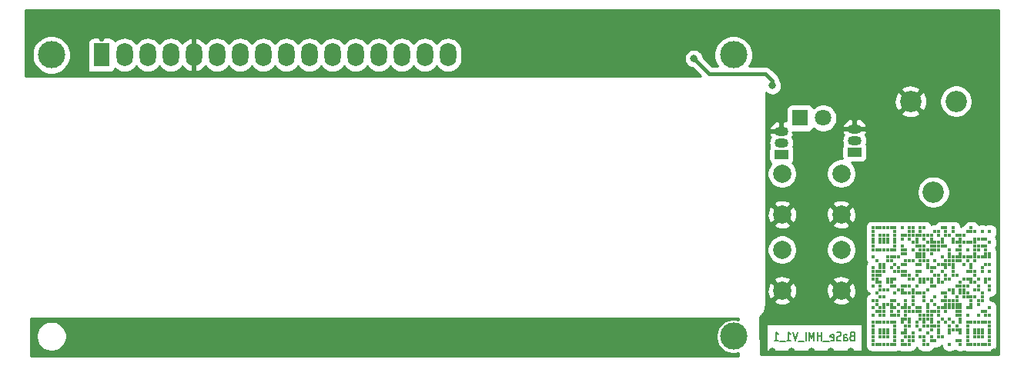
<source format=gbr>
G04 #@! TF.GenerationSoftware,KiCad,Pcbnew,5.1.5+dfsg1-2build2*
G04 #@! TF.CreationDate,2020-07-01T21:43:33+02:00*
G04 #@! TF.ProjectId,BaSe_HMI_V1_1,42615365-5f48-44d4-995f-56315f312e6b,V1_0*
G04 #@! TF.SameCoordinates,Original*
G04 #@! TF.FileFunction,Copper,L2,Bot*
G04 #@! TF.FilePolarity,Positive*
%FSLAX46Y46*%
G04 Gerber Fmt 4.6, Leading zero omitted, Abs format (unit mm)*
G04 Created by KiCad (PCBNEW 5.1.5+dfsg1-2build2) date 2020-07-01 21:43:33*
%MOMM*%
%LPD*%
G04 APERTURE LIST*
%ADD10C,0.200000*%
%ADD11O,1.700000X1.700000*%
%ADD12R,1.700000X1.700000*%
%ADD13R,0.400000X0.400000*%
%ADD14C,3.000000*%
%ADD15O,1.800000X2.600000*%
%ADD16R,1.800000X2.600000*%
%ADD17C,1.800000*%
%ADD18R,1.800000X1.800000*%
%ADD19R,1.500000X1.050000*%
%ADD20O,1.500000X1.050000*%
%ADD21C,2.340000*%
%ADD22C,2.000000*%
%ADD23C,0.800000*%
%ADD24C,0.400000*%
%ADD25C,0.254000*%
G04 APERTURE END LIST*
D10*
X130524285Y-80978571D02*
X130410000Y-81026190D01*
X130371904Y-81073809D01*
X130333809Y-81169047D01*
X130333809Y-81311904D01*
X130371904Y-81407142D01*
X130410000Y-81454761D01*
X130486190Y-81502380D01*
X130790952Y-81502380D01*
X130790952Y-80502380D01*
X130524285Y-80502380D01*
X130448095Y-80550000D01*
X130410000Y-80597619D01*
X130371904Y-80692857D01*
X130371904Y-80788095D01*
X130410000Y-80883333D01*
X130448095Y-80930952D01*
X130524285Y-80978571D01*
X130790952Y-80978571D01*
X129648095Y-81502380D02*
X129648095Y-80978571D01*
X129686190Y-80883333D01*
X129762380Y-80835714D01*
X129914761Y-80835714D01*
X129990952Y-80883333D01*
X129648095Y-81454761D02*
X129724285Y-81502380D01*
X129914761Y-81502380D01*
X129990952Y-81454761D01*
X130029047Y-81359523D01*
X130029047Y-81264285D01*
X129990952Y-81169047D01*
X129914761Y-81121428D01*
X129724285Y-81121428D01*
X129648095Y-81073809D01*
X129305238Y-81454761D02*
X129190952Y-81502380D01*
X129000476Y-81502380D01*
X128924285Y-81454761D01*
X128886190Y-81407142D01*
X128848095Y-81311904D01*
X128848095Y-81216666D01*
X128886190Y-81121428D01*
X128924285Y-81073809D01*
X129000476Y-81026190D01*
X129152857Y-80978571D01*
X129229047Y-80930952D01*
X129267142Y-80883333D01*
X129305238Y-80788095D01*
X129305238Y-80692857D01*
X129267142Y-80597619D01*
X129229047Y-80550000D01*
X129152857Y-80502380D01*
X128962380Y-80502380D01*
X128848095Y-80550000D01*
X128200476Y-81454761D02*
X128276666Y-81502380D01*
X128429047Y-81502380D01*
X128505238Y-81454761D01*
X128543333Y-81359523D01*
X128543333Y-80978571D01*
X128505238Y-80883333D01*
X128429047Y-80835714D01*
X128276666Y-80835714D01*
X128200476Y-80883333D01*
X128162380Y-80978571D01*
X128162380Y-81073809D01*
X128543333Y-81169047D01*
X128010000Y-81597619D02*
X127400476Y-81597619D01*
X127210000Y-81502380D02*
X127210000Y-80502380D01*
X127210000Y-80978571D02*
X126752857Y-80978571D01*
X126752857Y-81502380D02*
X126752857Y-80502380D01*
X126371904Y-81502380D02*
X126371904Y-80502380D01*
X126105238Y-81216666D01*
X125838571Y-80502380D01*
X125838571Y-81502380D01*
X125457619Y-81502380D02*
X125457619Y-80502380D01*
X125267142Y-81597619D02*
X124657619Y-81597619D01*
X124581428Y-80502380D02*
X124314761Y-81502380D01*
X124048095Y-80502380D01*
X123362380Y-81502380D02*
X123819523Y-81502380D01*
X123590952Y-81502380D02*
X123590952Y-80502380D01*
X123667142Y-80645238D01*
X123743333Y-80740476D01*
X123819523Y-80788095D01*
X123210000Y-81597619D02*
X122600476Y-81597619D01*
X121990952Y-81502380D02*
X122448095Y-81502380D01*
X122219523Y-81502380D02*
X122219523Y-80502380D01*
X122295714Y-80645238D01*
X122371904Y-80740476D01*
X122448095Y-80788095D01*
D11*
X86100000Y-50000000D03*
X83560000Y-50000000D03*
X81020000Y-50000000D03*
X78480000Y-50000000D03*
X75940000Y-50000000D03*
X73400000Y-50000000D03*
X70860000Y-50000000D03*
X68320000Y-50000000D03*
X65780000Y-50000000D03*
X63240000Y-50000000D03*
X60700000Y-50000000D03*
X58160000Y-50000000D03*
X55620000Y-50000000D03*
X53080000Y-50000000D03*
X50540000Y-50000000D03*
D12*
X48000000Y-50000000D03*
D13*
X143656000Y-69063500D03*
X141656000Y-69063500D03*
X140856000Y-69063500D03*
X140456000Y-69063500D03*
X138456000Y-69063500D03*
X138056000Y-69063500D03*
X137256000Y-69063500D03*
X136856000Y-69063500D03*
X136056000Y-69063500D03*
X135256000Y-69063500D03*
X134856000Y-69063500D03*
X134456000Y-69063500D03*
X134056000Y-69063500D03*
X133656000Y-69063500D03*
X133256000Y-69063500D03*
X132856000Y-69063500D03*
X145656000Y-69463500D03*
X144856000Y-69463500D03*
X144056000Y-69463500D03*
X143656000Y-69463500D03*
X143256000Y-69463500D03*
X141656000Y-69463500D03*
X140856000Y-69463500D03*
X140056000Y-69463500D03*
X139656000Y-69463500D03*
X138056000Y-69463500D03*
X137256000Y-69463500D03*
X136856000Y-69463500D03*
X135256000Y-69463500D03*
X132856000Y-69463500D03*
X142856000Y-69863500D03*
X142456000Y-69863500D03*
X142056000Y-69863500D03*
X141256000Y-69863500D03*
X140856000Y-69863500D03*
X140056000Y-69863500D03*
X139256000Y-69863500D03*
X138856000Y-69863500D03*
X138456000Y-69863500D03*
X138056000Y-69863500D03*
X137656000Y-69863500D03*
X137256000Y-69863500D03*
X136856000Y-69863500D03*
X136456000Y-69863500D03*
X136056000Y-69863500D03*
X135256000Y-69863500D03*
X134456000Y-69863500D03*
X134056000Y-69863500D03*
X133656000Y-69863500D03*
X132856000Y-69863500D03*
X145256000Y-70263500D03*
X144856000Y-70263500D03*
X144456000Y-70263500D03*
X144056000Y-70263500D03*
X142456000Y-70263500D03*
X141656000Y-70263500D03*
X140456000Y-70263500D03*
X139256000Y-70263500D03*
X138456000Y-70263500D03*
X137656000Y-70263500D03*
X136856000Y-70263500D03*
X136056000Y-70263500D03*
X135256000Y-70263500D03*
X134456000Y-70263500D03*
X134056000Y-70263500D03*
X133656000Y-70263500D03*
X132856000Y-70263500D03*
X145656000Y-70663500D03*
X144056000Y-70663500D03*
X143656000Y-70663500D03*
X143256000Y-70663500D03*
X142856000Y-70663500D03*
X142456000Y-70663500D03*
X142056000Y-70663500D03*
X141656000Y-70663500D03*
X140456000Y-70663500D03*
X140056000Y-70663500D03*
X139656000Y-70663500D03*
X139256000Y-70663500D03*
X138856000Y-70663500D03*
X137656000Y-70663500D03*
X137256000Y-70663500D03*
X135256000Y-70663500D03*
X134456000Y-70663500D03*
X134056000Y-70663500D03*
X133656000Y-70663500D03*
X132856000Y-70663500D03*
X145256000Y-71063500D03*
X144856000Y-71063500D03*
X144456000Y-71063500D03*
X144056000Y-71063500D03*
X142456000Y-71063500D03*
X140856000Y-71063500D03*
X140456000Y-71063500D03*
X140056000Y-71063500D03*
X139656000Y-71063500D03*
X139256000Y-71063500D03*
X138456000Y-71063500D03*
X138056000Y-71063500D03*
X137656000Y-71063500D03*
X136056000Y-71063500D03*
X135256000Y-71063500D03*
X132856000Y-71063500D03*
X145256000Y-71463500D03*
X144456000Y-71463500D03*
X144056000Y-71463500D03*
X143256000Y-71463500D03*
X142456000Y-71463500D03*
X142056000Y-71463500D03*
X141256000Y-71463500D03*
X140056000Y-71463500D03*
X139656000Y-71463500D03*
X139256000Y-71463500D03*
X138856000Y-71463500D03*
X138456000Y-71463500D03*
X138056000Y-71463500D03*
X137256000Y-71463500D03*
X136456000Y-71463500D03*
X136056000Y-71463500D03*
X135256000Y-71463500D03*
X134856000Y-71463500D03*
X134456000Y-71463500D03*
X134056000Y-71463500D03*
X133656000Y-71463500D03*
X133256000Y-71463500D03*
X132856000Y-71463500D03*
X145656000Y-71863500D03*
X145256000Y-71863500D03*
X144056000Y-71863500D03*
X142456000Y-71863500D03*
X141256000Y-71863500D03*
X139256000Y-71863500D03*
X138456000Y-71863500D03*
X138056000Y-71863500D03*
X137656000Y-71863500D03*
X136456000Y-71863500D03*
X136056000Y-71863500D03*
X145656000Y-72263500D03*
X145256000Y-72263500D03*
X144856000Y-72263500D03*
X144456000Y-72263500D03*
X144056000Y-72263500D03*
X143656000Y-72263500D03*
X143256000Y-72263500D03*
X142856000Y-72263500D03*
X142456000Y-72263500D03*
X142056000Y-72263500D03*
X141656000Y-72263500D03*
X141256000Y-72263500D03*
X140456000Y-72263500D03*
X138456000Y-72263500D03*
X138056000Y-72263500D03*
X137656000Y-72263500D03*
X135656000Y-72263500D03*
X135256000Y-72263500D03*
X134856000Y-72263500D03*
X134456000Y-72263500D03*
X132856000Y-72263500D03*
X144056000Y-72663500D03*
X143256000Y-72663500D03*
X142456000Y-72663500D03*
X142056000Y-72663500D03*
X141656000Y-72663500D03*
X141256000Y-72663500D03*
X140856000Y-72663500D03*
X139656000Y-72663500D03*
X138856000Y-72663500D03*
X138456000Y-72663500D03*
X138056000Y-72663500D03*
X137256000Y-72663500D03*
X136856000Y-72663500D03*
X136456000Y-72663500D03*
X134856000Y-72663500D03*
X134456000Y-72663500D03*
X133256000Y-72663500D03*
X145656000Y-73063500D03*
X145256000Y-73063500D03*
X143656000Y-73063500D03*
X142856000Y-73063500D03*
X141656000Y-73063500D03*
X141256000Y-73063500D03*
X140856000Y-73063500D03*
X140456000Y-73063500D03*
X140056000Y-73063500D03*
X138856000Y-73063500D03*
X138056000Y-73063500D03*
X137656000Y-73063500D03*
X136456000Y-73063500D03*
X136056000Y-73063500D03*
X135256000Y-73063500D03*
X134056000Y-73063500D03*
X133656000Y-73063500D03*
X144856000Y-73463500D03*
X143656000Y-73463500D03*
X141656000Y-73463500D03*
X140856000Y-73463500D03*
X139656000Y-73463500D03*
X139256000Y-73463500D03*
X138856000Y-73463500D03*
X135656000Y-73463500D03*
X134856000Y-73463500D03*
X134056000Y-73463500D03*
X133656000Y-73463500D03*
X132856000Y-73463500D03*
X145656000Y-73863500D03*
X144856000Y-73863500D03*
X144056000Y-73863500D03*
X143656000Y-73863500D03*
X143256000Y-73863500D03*
X141656000Y-73863500D03*
X140456000Y-73863500D03*
X139256000Y-73863500D03*
X138056000Y-73863500D03*
X137656000Y-73863500D03*
X136456000Y-73863500D03*
X136056000Y-73863500D03*
X135656000Y-73863500D03*
X135256000Y-73863500D03*
X134056000Y-73863500D03*
X133656000Y-73863500D03*
X133256000Y-73863500D03*
X132856000Y-73863500D03*
X144056000Y-74263500D03*
X142056000Y-74263500D03*
X141656000Y-74263500D03*
X140856000Y-74263500D03*
X140056000Y-74263500D03*
X139656000Y-74263500D03*
X137656000Y-74263500D03*
X136856000Y-74263500D03*
X136456000Y-74263500D03*
X136056000Y-74263500D03*
X133656000Y-74263500D03*
X133256000Y-74263500D03*
X132856000Y-74263500D03*
X145656000Y-74663500D03*
X145256000Y-74663500D03*
X144456000Y-74663500D03*
X143656000Y-74663500D03*
X143256000Y-74663500D03*
X142856000Y-74663500D03*
X141256000Y-74663500D03*
X140856000Y-74663500D03*
X140056000Y-74663500D03*
X139256000Y-74663500D03*
X138856000Y-74663500D03*
X138456000Y-74663500D03*
X138056000Y-74663500D03*
X137256000Y-74663500D03*
X136856000Y-74663500D03*
X135256000Y-74663500D03*
X134856000Y-74663500D03*
X134456000Y-74663500D03*
X133256000Y-74663500D03*
X132856000Y-74663500D03*
X145256000Y-75063500D03*
X144056000Y-75063500D03*
X143656000Y-75063500D03*
X142456000Y-75063500D03*
X140456000Y-75063500D03*
X140056000Y-75063500D03*
X139256000Y-75063500D03*
X138456000Y-75063500D03*
X138056000Y-75063500D03*
X134856000Y-75063500D03*
X134456000Y-75063500D03*
X133656000Y-75063500D03*
X133256000Y-75063500D03*
X145656000Y-75463500D03*
X144456000Y-75463500D03*
X143256000Y-75463500D03*
X142856000Y-75463500D03*
X142456000Y-75463500D03*
X142056000Y-75463500D03*
X139656000Y-75463500D03*
X139256000Y-75463500D03*
X137656000Y-75463500D03*
X136856000Y-75463500D03*
X136456000Y-75463500D03*
X136056000Y-75463500D03*
X135256000Y-75463500D03*
X134856000Y-75463500D03*
X133656000Y-75463500D03*
X132856000Y-75463500D03*
X145656000Y-75863500D03*
X144456000Y-75863500D03*
X144056000Y-75863500D03*
X142856000Y-75863500D03*
X142456000Y-75863500D03*
X141656000Y-75863500D03*
X141256000Y-75863500D03*
X138856000Y-75863500D03*
X137256000Y-75863500D03*
X136056000Y-75863500D03*
X135656000Y-75863500D03*
X134456000Y-75863500D03*
X134056000Y-75863500D03*
X133656000Y-75863500D03*
X144856000Y-76263500D03*
X143256000Y-76263500D03*
X142856000Y-76263500D03*
X142456000Y-76263500D03*
X141656000Y-76263500D03*
X140856000Y-76263500D03*
X140456000Y-76263500D03*
X138456000Y-76263500D03*
X138056000Y-76263500D03*
X137656000Y-76263500D03*
X137256000Y-76263500D03*
X136856000Y-76263500D03*
X136456000Y-76263500D03*
X136056000Y-76263500D03*
X135256000Y-76263500D03*
X133256000Y-76263500D03*
X144856000Y-76663500D03*
X144056000Y-76663500D03*
X143656000Y-76663500D03*
X143256000Y-76663500D03*
X142856000Y-76663500D03*
X142056000Y-76663500D03*
X140856000Y-76663500D03*
X139656000Y-76663500D03*
X138456000Y-76663500D03*
X137256000Y-76663500D03*
X134056000Y-76663500D03*
X133656000Y-76663500D03*
X144856000Y-77063500D03*
X144456000Y-77063500D03*
X143656000Y-77063500D03*
X142056000Y-77063500D03*
X141656000Y-77063500D03*
X141256000Y-77063500D03*
X140856000Y-77063500D03*
X140456000Y-77063500D03*
X139256000Y-77063500D03*
X138456000Y-77063500D03*
X137256000Y-77063500D03*
X136456000Y-77063500D03*
X135256000Y-77063500D03*
X134856000Y-77063500D03*
X133256000Y-77063500D03*
X132856000Y-77063500D03*
X144456000Y-77463500D03*
X143656000Y-77463500D03*
X142456000Y-77463500D03*
X142056000Y-77463500D03*
X141656000Y-77463500D03*
X141256000Y-77463500D03*
X140856000Y-77463500D03*
X139656000Y-77463500D03*
X138856000Y-77463500D03*
X137256000Y-77463500D03*
X136456000Y-77463500D03*
X135656000Y-77463500D03*
X134856000Y-77463500D03*
X134456000Y-77463500D03*
X134056000Y-77463500D03*
X133256000Y-77463500D03*
X145656000Y-77863500D03*
X143656000Y-77863500D03*
X143256000Y-77863500D03*
X142456000Y-77863500D03*
X142056000Y-77863500D03*
X141656000Y-77863500D03*
X141256000Y-77863500D03*
X140856000Y-77863500D03*
X140456000Y-77863500D03*
X140056000Y-77863500D03*
X138856000Y-77863500D03*
X138056000Y-77863500D03*
X137656000Y-77863500D03*
X136856000Y-77863500D03*
X136456000Y-77863500D03*
X136056000Y-77863500D03*
X135256000Y-77863500D03*
X134856000Y-77863500D03*
X134056000Y-77863500D03*
X133656000Y-77863500D03*
X132856000Y-77863500D03*
X145256000Y-78263500D03*
X144856000Y-78263500D03*
X142456000Y-78263500D03*
X142056000Y-78263500D03*
X140856000Y-78263500D03*
X140056000Y-78263500D03*
X139656000Y-78263500D03*
X139256000Y-78263500D03*
X138856000Y-78263500D03*
X138056000Y-78263500D03*
X137656000Y-78263500D03*
X137256000Y-78263500D03*
X136856000Y-78263500D03*
X136456000Y-78263500D03*
X135656000Y-78263500D03*
X134856000Y-78263500D03*
X134056000Y-78263500D03*
X133656000Y-78263500D03*
X133256000Y-78263500D03*
X145656000Y-78663500D03*
X145256000Y-78663500D03*
X144456000Y-78663500D03*
X143256000Y-78663500D03*
X142456000Y-78663500D03*
X142056000Y-78663500D03*
X140056000Y-78663500D03*
X139256000Y-78663500D03*
X138856000Y-78663500D03*
X138456000Y-78663500D03*
X138056000Y-78663500D03*
X136456000Y-78663500D03*
X135656000Y-78663500D03*
X135256000Y-78663500D03*
X134856000Y-78663500D03*
X134056000Y-78663500D03*
X133656000Y-78663500D03*
X132856000Y-78663500D03*
X142456000Y-79063500D03*
X141256000Y-79063500D03*
X140456000Y-79063500D03*
X139256000Y-79063500D03*
X138856000Y-79063500D03*
X138456000Y-79063500D03*
X138056000Y-79063500D03*
X136856000Y-79063500D03*
X136456000Y-79063500D03*
X136056000Y-79063500D03*
X145656000Y-79463500D03*
X145256000Y-79463500D03*
X144856000Y-79463500D03*
X144456000Y-79463500D03*
X144056000Y-79463500D03*
X143656000Y-79463500D03*
X143256000Y-79463500D03*
X142456000Y-79463500D03*
X141656000Y-79463500D03*
X140856000Y-79463500D03*
X140056000Y-79463500D03*
X139256000Y-79463500D03*
X138456000Y-79463500D03*
X137656000Y-79463500D03*
X136856000Y-79463500D03*
X136056000Y-79463500D03*
X135256000Y-79463500D03*
X134856000Y-79463500D03*
X134456000Y-79463500D03*
X134056000Y-79463500D03*
X133656000Y-79463500D03*
X133256000Y-79463500D03*
X132856000Y-79463500D03*
X145656000Y-79863500D03*
X143256000Y-79863500D03*
X142056000Y-79863500D03*
X141256000Y-79863500D03*
X140056000Y-79863500D03*
X139656000Y-79863500D03*
X139256000Y-79863500D03*
X138856000Y-79863500D03*
X138456000Y-79863500D03*
X137656000Y-79863500D03*
X136856000Y-79863500D03*
X136456000Y-79863500D03*
X135256000Y-79863500D03*
X132856000Y-79863500D03*
X145656000Y-80263500D03*
X144856000Y-80263500D03*
X144456000Y-80263500D03*
X144056000Y-80263500D03*
X143256000Y-80263500D03*
X142456000Y-80263500D03*
X142056000Y-80263500D03*
X141656000Y-80263500D03*
X141256000Y-80263500D03*
X140056000Y-80263500D03*
X139256000Y-80263500D03*
X138056000Y-80263500D03*
X136456000Y-80263500D03*
X135256000Y-80263500D03*
X134456000Y-80263500D03*
X134056000Y-80263500D03*
X133656000Y-80263500D03*
X132856000Y-80263500D03*
X145656000Y-80663500D03*
X144856000Y-80663500D03*
X144456000Y-80663500D03*
X144056000Y-80663500D03*
X143256000Y-80663500D03*
X142456000Y-80663500D03*
X141256000Y-80663500D03*
X140056000Y-80663500D03*
X138856000Y-80663500D03*
X137256000Y-80663500D03*
X136456000Y-80663500D03*
X136056000Y-80663500D03*
X135256000Y-80663500D03*
X134456000Y-80663500D03*
X134056000Y-80663500D03*
X133656000Y-80663500D03*
X132856000Y-80663500D03*
X145656000Y-81063500D03*
X144856000Y-81063500D03*
X144456000Y-81063500D03*
X144056000Y-81063500D03*
X143256000Y-81063500D03*
X140456000Y-81063500D03*
X140056000Y-81063500D03*
X139256000Y-81063500D03*
X138456000Y-81063500D03*
X138056000Y-81063500D03*
X137256000Y-81063500D03*
X136856000Y-81063500D03*
X136456000Y-81063500D03*
X135256000Y-81063500D03*
X134456000Y-81063500D03*
X134056000Y-81063500D03*
X133656000Y-81063500D03*
X132856000Y-81063500D03*
X145656000Y-81463500D03*
X143256000Y-81463500D03*
X142456000Y-81463500D03*
X142056000Y-81463500D03*
X139656000Y-81463500D03*
X139256000Y-81463500D03*
X138456000Y-81463500D03*
X137256000Y-81463500D03*
X136856000Y-81463500D03*
X136056000Y-81463500D03*
X135256000Y-81463500D03*
X132856000Y-81463500D03*
X145656000Y-81863500D03*
X145256000Y-81863500D03*
X144856000Y-81863500D03*
X144456000Y-81863500D03*
X144056000Y-81863500D03*
X143656000Y-81863500D03*
X143256000Y-81863500D03*
X142456000Y-81863500D03*
X141256000Y-81863500D03*
X138856000Y-81863500D03*
X138456000Y-81863500D03*
X136856000Y-81863500D03*
X136456000Y-81863500D03*
X136056000Y-81863500D03*
X135256000Y-81863500D03*
X134856000Y-81863500D03*
X134456000Y-81863500D03*
X134056000Y-81863500D03*
X133656000Y-81863500D03*
X133256000Y-81863500D03*
X132856000Y-81863500D03*
D14*
X117500000Y-50000000D03*
X117499480Y-81000700D03*
X42500900Y-50000000D03*
D15*
X86100000Y-50000000D03*
X83560000Y-50000000D03*
X81020000Y-50000000D03*
X78480000Y-50000000D03*
X75940000Y-50000000D03*
X73400000Y-50000000D03*
X70860000Y-50000000D03*
X68320000Y-50000000D03*
X65780000Y-50000000D03*
X63240000Y-50000000D03*
X60700000Y-50000000D03*
X58160000Y-50000000D03*
X55620000Y-50000000D03*
X53080000Y-50000000D03*
X50540000Y-50000000D03*
D16*
X48000000Y-50000000D03*
D17*
X127373380Y-56959500D03*
D18*
X124833380Y-56959500D03*
D19*
X130810000Y-60706000D03*
D20*
X130810000Y-58166000D03*
X130810000Y-59436000D03*
D19*
X122770000Y-60960000D03*
D20*
X122770000Y-58420000D03*
X122770000Y-59690000D03*
D21*
X141986000Y-55118000D03*
X139486000Y-65118000D03*
X136986000Y-55118000D03*
D22*
X129354720Y-63078360D03*
X129354720Y-67578360D03*
X122854720Y-63078360D03*
X122854720Y-67578360D03*
X129354720Y-71455360D03*
X129354720Y-75955360D03*
X122854720Y-71455360D03*
X122854720Y-75955360D03*
D23*
X93340000Y-51700000D03*
X96870000Y-51700000D03*
X123830000Y-54440000D03*
X129667000Y-53403500D03*
X128079500Y-53403500D03*
X126301500Y-53403500D03*
X40386000Y-45529500D03*
X42428583Y-45529500D03*
X44471166Y-45529500D03*
X46513749Y-45529500D03*
X48556332Y-45529500D03*
X50598915Y-45529500D03*
X52641500Y-45529500D03*
X45148500Y-51689000D03*
X99670000Y-48910000D03*
X102616000Y-48895000D03*
X106362500Y-48958500D03*
X110109000Y-48958500D03*
X113665000Y-48895000D03*
X145288000Y-45656500D03*
X143446500Y-45720000D03*
X141414500Y-45720000D03*
X139255500Y-45720000D03*
X137096500Y-45720000D03*
X134874000Y-45720000D03*
X132651500Y-45720000D03*
X137668000Y-59309000D03*
X139636500Y-59309000D03*
X137604500Y-61023500D03*
X145669000Y-67945000D03*
X121793000Y-82677000D03*
X123888500Y-82677000D03*
X126047500Y-82677000D03*
X128206500Y-82677000D03*
X130365500Y-82677000D03*
X146113500Y-82740500D03*
X113157000Y-50419000D03*
X121793000Y-53403500D03*
D24*
X121793000Y-52837815D02*
X121025185Y-52070000D01*
X121793000Y-53403500D02*
X121793000Y-52837815D01*
X114808000Y-52070000D02*
X113157000Y-50419000D01*
X121025185Y-52070000D02*
X114808000Y-52070000D01*
D25*
G36*
X146660001Y-82969500D02*
G01*
X120510671Y-82969500D01*
X120448452Y-79645000D01*
X121103572Y-79645000D01*
X121103572Y-82615000D01*
X131716429Y-82615000D01*
X131716429Y-79645000D01*
X121103572Y-79645000D01*
X120448452Y-79645000D01*
X120433638Y-78853512D01*
X120523823Y-78780442D01*
X120566399Y-78738433D01*
X120609568Y-78697014D01*
X120615514Y-78689974D01*
X120737910Y-78542990D01*
X120771537Y-78493482D01*
X120805819Y-78444493D01*
X120810285Y-78436432D01*
X120901800Y-78268473D01*
X120925159Y-78213399D01*
X120949282Y-78158666D01*
X120952097Y-78149891D01*
X121009246Y-77967356D01*
X121021461Y-77908807D01*
X121034496Y-77850416D01*
X121035553Y-77841262D01*
X121049507Y-77712493D01*
X121050450Y-77709383D01*
X121060000Y-77612419D01*
X121060000Y-77090773D01*
X121898912Y-77090773D01*
X121994676Y-77355174D01*
X122284291Y-77496064D01*
X122595828Y-77577744D01*
X122917315Y-77597078D01*
X123236395Y-77553321D01*
X123540808Y-77448155D01*
X123714764Y-77355174D01*
X123810528Y-77090773D01*
X128398912Y-77090773D01*
X128494676Y-77355174D01*
X128784291Y-77496064D01*
X129095828Y-77577744D01*
X129417315Y-77597078D01*
X129736395Y-77553321D01*
X130040808Y-77448155D01*
X130214764Y-77355174D01*
X130310528Y-77090773D01*
X129354720Y-76134965D01*
X128398912Y-77090773D01*
X123810528Y-77090773D01*
X122854720Y-76134965D01*
X121898912Y-77090773D01*
X121060000Y-77090773D01*
X121060000Y-76017955D01*
X121213002Y-76017955D01*
X121256759Y-76337035D01*
X121361925Y-76641448D01*
X121454906Y-76815404D01*
X121719307Y-76911168D01*
X122675115Y-75955360D01*
X123034325Y-75955360D01*
X123990133Y-76911168D01*
X124254534Y-76815404D01*
X124395424Y-76525789D01*
X124477104Y-76214252D01*
X124488909Y-76017955D01*
X127713002Y-76017955D01*
X127756759Y-76337035D01*
X127861925Y-76641448D01*
X127954906Y-76815404D01*
X128219307Y-76911168D01*
X129175115Y-75955360D01*
X129534325Y-75955360D01*
X130490133Y-76911168D01*
X130754534Y-76815404D01*
X130895424Y-76525789D01*
X130977104Y-76214252D01*
X130996438Y-75892765D01*
X130952681Y-75573685D01*
X130847515Y-75269272D01*
X130754534Y-75095316D01*
X130490133Y-74999552D01*
X129534325Y-75955360D01*
X129175115Y-75955360D01*
X128219307Y-74999552D01*
X127954906Y-75095316D01*
X127814016Y-75384931D01*
X127732336Y-75696468D01*
X127713002Y-76017955D01*
X124488909Y-76017955D01*
X124496438Y-75892765D01*
X124452681Y-75573685D01*
X124347515Y-75269272D01*
X124254534Y-75095316D01*
X123990133Y-74999552D01*
X123034325Y-75955360D01*
X122675115Y-75955360D01*
X121719307Y-74999552D01*
X121454906Y-75095316D01*
X121314016Y-75384931D01*
X121232336Y-75696468D01*
X121213002Y-76017955D01*
X121060000Y-76017955D01*
X121060000Y-74819947D01*
X121898912Y-74819947D01*
X122854720Y-75775755D01*
X123810528Y-74819947D01*
X128398912Y-74819947D01*
X129354720Y-75775755D01*
X130310528Y-74819947D01*
X130214764Y-74555546D01*
X129925149Y-74414656D01*
X129613612Y-74332976D01*
X129292125Y-74313642D01*
X128973045Y-74357399D01*
X128668632Y-74462565D01*
X128494676Y-74555546D01*
X128398912Y-74819947D01*
X123810528Y-74819947D01*
X123714764Y-74555546D01*
X123425149Y-74414656D01*
X123113612Y-74332976D01*
X122792125Y-74313642D01*
X122473045Y-74357399D01*
X122168632Y-74462565D01*
X121994676Y-74555546D01*
X121898912Y-74819947D01*
X121060000Y-74819947D01*
X121060000Y-71294327D01*
X121219720Y-71294327D01*
X121219720Y-71616393D01*
X121282552Y-71932272D01*
X121405802Y-72229823D01*
X121584733Y-72497612D01*
X121812468Y-72725347D01*
X122080257Y-72904278D01*
X122377808Y-73027528D01*
X122693687Y-73090360D01*
X123015753Y-73090360D01*
X123331632Y-73027528D01*
X123629183Y-72904278D01*
X123896972Y-72725347D01*
X124124707Y-72497612D01*
X124303638Y-72229823D01*
X124426888Y-71932272D01*
X124489720Y-71616393D01*
X124489720Y-71294327D01*
X127719720Y-71294327D01*
X127719720Y-71616393D01*
X127782552Y-71932272D01*
X127905802Y-72229823D01*
X128084733Y-72497612D01*
X128312468Y-72725347D01*
X128580257Y-72904278D01*
X128877808Y-73027528D01*
X129193687Y-73090360D01*
X129515753Y-73090360D01*
X129831632Y-73027528D01*
X130129183Y-72904278D01*
X130396972Y-72725347D01*
X130624707Y-72497612D01*
X130803638Y-72229823D01*
X130926888Y-71932272D01*
X130989720Y-71616393D01*
X130989720Y-71294327D01*
X130926888Y-70978448D01*
X130803638Y-70680897D01*
X130624707Y-70413108D01*
X130396972Y-70185373D01*
X130129183Y-70006442D01*
X129831632Y-69883192D01*
X129515753Y-69820360D01*
X129193687Y-69820360D01*
X128877808Y-69883192D01*
X128580257Y-70006442D01*
X128312468Y-70185373D01*
X128084733Y-70413108D01*
X127905802Y-70680897D01*
X127782552Y-70978448D01*
X127719720Y-71294327D01*
X124489720Y-71294327D01*
X124426888Y-70978448D01*
X124303638Y-70680897D01*
X124124707Y-70413108D01*
X123896972Y-70185373D01*
X123629183Y-70006442D01*
X123331632Y-69883192D01*
X123015753Y-69820360D01*
X122693687Y-69820360D01*
X122377808Y-69883192D01*
X122080257Y-70006442D01*
X121812468Y-70185373D01*
X121584733Y-70413108D01*
X121405802Y-70680897D01*
X121282552Y-70978448D01*
X121219720Y-71294327D01*
X121060000Y-71294327D01*
X121060000Y-68713773D01*
X121898912Y-68713773D01*
X121994676Y-68978174D01*
X122284291Y-69119064D01*
X122595828Y-69200744D01*
X122917315Y-69220078D01*
X123236395Y-69176321D01*
X123540808Y-69071155D01*
X123714764Y-68978174D01*
X123810528Y-68713773D01*
X128398912Y-68713773D01*
X128494676Y-68978174D01*
X128784291Y-69119064D01*
X129095828Y-69200744D01*
X129417315Y-69220078D01*
X129736395Y-69176321D01*
X130040808Y-69071155D01*
X130214764Y-68978174D01*
X130256298Y-68863500D01*
X132017928Y-68863500D01*
X132017928Y-71663500D01*
X132030188Y-71787982D01*
X132053096Y-71863500D01*
X132030188Y-71939018D01*
X132017928Y-72063500D01*
X132017928Y-72463500D01*
X132030188Y-72587982D01*
X132066498Y-72707680D01*
X132125463Y-72817994D01*
X132162809Y-72863500D01*
X132125463Y-72909006D01*
X132066498Y-73019320D01*
X132030188Y-73139018D01*
X132017928Y-73263500D01*
X132017928Y-74863500D01*
X132030188Y-74987982D01*
X132053096Y-75063500D01*
X132030188Y-75139018D01*
X132017928Y-75263500D01*
X132017928Y-75663500D01*
X132030188Y-75787982D01*
X132066498Y-75907680D01*
X132125463Y-76017994D01*
X132204815Y-76114685D01*
X132301506Y-76194037D01*
X132411820Y-76253002D01*
X132417928Y-76254855D01*
X132417928Y-76272145D01*
X132411820Y-76273998D01*
X132301506Y-76332963D01*
X132204815Y-76412315D01*
X132125463Y-76509006D01*
X132066498Y-76619320D01*
X132030188Y-76739018D01*
X132017928Y-76863500D01*
X132017928Y-77263500D01*
X132030188Y-77387982D01*
X132053096Y-77463500D01*
X132030188Y-77539018D01*
X132017928Y-77663500D01*
X132017928Y-78063500D01*
X132030188Y-78187982D01*
X132053096Y-78263500D01*
X132030188Y-78339018D01*
X132017928Y-78463500D01*
X132017928Y-78863500D01*
X132030188Y-78987982D01*
X132053096Y-79063500D01*
X132030188Y-79139018D01*
X132017928Y-79263500D01*
X132017928Y-82063500D01*
X132030188Y-82187982D01*
X132066498Y-82307680D01*
X132125463Y-82417994D01*
X132204815Y-82514685D01*
X132301506Y-82594037D01*
X132411820Y-82653002D01*
X132531518Y-82689312D01*
X132656000Y-82701572D01*
X135456000Y-82701572D01*
X135580482Y-82689312D01*
X135656000Y-82666404D01*
X135731518Y-82689312D01*
X135856000Y-82701572D01*
X137056000Y-82701572D01*
X137180482Y-82689312D01*
X137300180Y-82653002D01*
X137410494Y-82594037D01*
X137507185Y-82514685D01*
X137586537Y-82417994D01*
X137645502Y-82307680D01*
X137656000Y-82273073D01*
X137666498Y-82307680D01*
X137725463Y-82417994D01*
X137804815Y-82514685D01*
X137901506Y-82594037D01*
X138011820Y-82653002D01*
X138131518Y-82689312D01*
X138256000Y-82701572D01*
X139056000Y-82701572D01*
X139180482Y-82689312D01*
X139300180Y-82653002D01*
X139410494Y-82594037D01*
X139507185Y-82514685D01*
X139586537Y-82417994D01*
X139645502Y-82307680D01*
X139647355Y-82301572D01*
X139856000Y-82301572D01*
X139980482Y-82289312D01*
X140100180Y-82253002D01*
X140210494Y-82194037D01*
X140307185Y-82114685D01*
X140386537Y-82017994D01*
X140417928Y-81959267D01*
X140417928Y-82063500D01*
X140430188Y-82187982D01*
X140466498Y-82307680D01*
X140525463Y-82417994D01*
X140604815Y-82514685D01*
X140701506Y-82594037D01*
X140811820Y-82653002D01*
X140931518Y-82689312D01*
X141056000Y-82701572D01*
X141456000Y-82701572D01*
X141580482Y-82689312D01*
X141700180Y-82653002D01*
X141810494Y-82594037D01*
X141856000Y-82556691D01*
X141901506Y-82594037D01*
X142011820Y-82653002D01*
X142131518Y-82689312D01*
X142256000Y-82701572D01*
X142656000Y-82701572D01*
X142780482Y-82689312D01*
X142856000Y-82666404D01*
X142931518Y-82689312D01*
X143056000Y-82701572D01*
X145856000Y-82701572D01*
X145980482Y-82689312D01*
X146100180Y-82653002D01*
X146210494Y-82594037D01*
X146307185Y-82514685D01*
X146386537Y-82417994D01*
X146445502Y-82307680D01*
X146481812Y-82187982D01*
X146494072Y-82063500D01*
X146494072Y-79263500D01*
X146481812Y-79139018D01*
X146458904Y-79063500D01*
X146481812Y-78987982D01*
X146494072Y-78863500D01*
X146494072Y-78463500D01*
X146481812Y-78339018D01*
X146458904Y-78263500D01*
X146481812Y-78187982D01*
X146494072Y-78063500D01*
X146494072Y-77663500D01*
X146481812Y-77539018D01*
X146445502Y-77419320D01*
X146386537Y-77309006D01*
X146307185Y-77212315D01*
X146210494Y-77132963D01*
X146100180Y-77073998D01*
X145980482Y-77037688D01*
X145856000Y-77025428D01*
X145694072Y-77025428D01*
X145694072Y-76701572D01*
X145856000Y-76701572D01*
X145980482Y-76689312D01*
X146100180Y-76653002D01*
X146210494Y-76594037D01*
X146307185Y-76514685D01*
X146386537Y-76417994D01*
X146445502Y-76307680D01*
X146481812Y-76187982D01*
X146494072Y-76063500D01*
X146494072Y-75263500D01*
X146481812Y-75139018D01*
X146458904Y-75063500D01*
X146481812Y-74987982D01*
X146494072Y-74863500D01*
X146494072Y-74463500D01*
X146481812Y-74339018D01*
X146458904Y-74263500D01*
X146481812Y-74187982D01*
X146494072Y-74063500D01*
X146494072Y-73663500D01*
X146481812Y-73539018D01*
X146458904Y-73463500D01*
X146481812Y-73387982D01*
X146494072Y-73263500D01*
X146494072Y-72863500D01*
X146481812Y-72739018D01*
X146458904Y-72663500D01*
X146481812Y-72587982D01*
X146494072Y-72463500D01*
X146494072Y-71663500D01*
X146481812Y-71539018D01*
X146445502Y-71419320D01*
X146386537Y-71309006D01*
X146349191Y-71263500D01*
X146386537Y-71217994D01*
X146445502Y-71107680D01*
X146481812Y-70987982D01*
X146494072Y-70863500D01*
X146494072Y-70463500D01*
X146481812Y-70339018D01*
X146445502Y-70219320D01*
X146386537Y-70109006D01*
X146349191Y-70063500D01*
X146386537Y-70017994D01*
X146445502Y-69907680D01*
X146481812Y-69787982D01*
X146494072Y-69663500D01*
X146494072Y-69263500D01*
X146481812Y-69139018D01*
X146445502Y-69019320D01*
X146386537Y-68909006D01*
X146307185Y-68812315D01*
X146210494Y-68732963D01*
X146100180Y-68673998D01*
X145980482Y-68637688D01*
X145856000Y-68625428D01*
X145456000Y-68625428D01*
X145331518Y-68637688D01*
X145256000Y-68660596D01*
X145180482Y-68637688D01*
X145056000Y-68625428D01*
X144656000Y-68625428D01*
X144531518Y-68637688D01*
X144457853Y-68660034D01*
X144445502Y-68619320D01*
X144386537Y-68509006D01*
X144307185Y-68412315D01*
X144210494Y-68332963D01*
X144100180Y-68273998D01*
X143980482Y-68237688D01*
X143856000Y-68225428D01*
X143456000Y-68225428D01*
X143331518Y-68237688D01*
X143211820Y-68273998D01*
X143101506Y-68332963D01*
X143004815Y-68412315D01*
X142925463Y-68509006D01*
X142866498Y-68619320D01*
X142853772Y-68661272D01*
X142811820Y-68673998D01*
X142701506Y-68732963D01*
X142604815Y-68812315D01*
X142525463Y-68909006D01*
X142494072Y-68967733D01*
X142494072Y-68863500D01*
X142481812Y-68739018D01*
X142445502Y-68619320D01*
X142386537Y-68509006D01*
X142307185Y-68412315D01*
X142210494Y-68332963D01*
X142100180Y-68273998D01*
X141980482Y-68237688D01*
X141856000Y-68225428D01*
X141456000Y-68225428D01*
X141331518Y-68237688D01*
X141256000Y-68260596D01*
X141180482Y-68237688D01*
X141056000Y-68225428D01*
X140256000Y-68225428D01*
X140131518Y-68237688D01*
X140011820Y-68273998D01*
X139901506Y-68332963D01*
X139804815Y-68412315D01*
X139725463Y-68509006D01*
X139666498Y-68619320D01*
X139664645Y-68625428D01*
X139456000Y-68625428D01*
X139331518Y-68637688D01*
X139257853Y-68660034D01*
X139245502Y-68619320D01*
X139186537Y-68509006D01*
X139107185Y-68412315D01*
X139010494Y-68332963D01*
X138900180Y-68273998D01*
X138780482Y-68237688D01*
X138656000Y-68225428D01*
X137856000Y-68225428D01*
X137731518Y-68237688D01*
X137656000Y-68260596D01*
X137580482Y-68237688D01*
X137456000Y-68225428D01*
X136656000Y-68225428D01*
X136531518Y-68237688D01*
X136456000Y-68260596D01*
X136380482Y-68237688D01*
X136256000Y-68225428D01*
X135856000Y-68225428D01*
X135731518Y-68237688D01*
X135656000Y-68260596D01*
X135580482Y-68237688D01*
X135456000Y-68225428D01*
X132656000Y-68225428D01*
X132531518Y-68237688D01*
X132411820Y-68273998D01*
X132301506Y-68332963D01*
X132204815Y-68412315D01*
X132125463Y-68509006D01*
X132066498Y-68619320D01*
X132030188Y-68739018D01*
X132017928Y-68863500D01*
X130256298Y-68863500D01*
X130310528Y-68713773D01*
X129354720Y-67757965D01*
X128398912Y-68713773D01*
X123810528Y-68713773D01*
X122854720Y-67757965D01*
X121898912Y-68713773D01*
X121060000Y-68713773D01*
X121060000Y-67640955D01*
X121213002Y-67640955D01*
X121256759Y-67960035D01*
X121361925Y-68264448D01*
X121454906Y-68438404D01*
X121719307Y-68534168D01*
X122675115Y-67578360D01*
X123034325Y-67578360D01*
X123990133Y-68534168D01*
X124254534Y-68438404D01*
X124395424Y-68148789D01*
X124477104Y-67837252D01*
X124488909Y-67640955D01*
X127713002Y-67640955D01*
X127756759Y-67960035D01*
X127861925Y-68264448D01*
X127954906Y-68438404D01*
X128219307Y-68534168D01*
X129175115Y-67578360D01*
X129534325Y-67578360D01*
X130490133Y-68534168D01*
X130754534Y-68438404D01*
X130895424Y-68148789D01*
X130977104Y-67837252D01*
X130996438Y-67515765D01*
X130952681Y-67196685D01*
X130847515Y-66892272D01*
X130754534Y-66718316D01*
X130490133Y-66622552D01*
X129534325Y-67578360D01*
X129175115Y-67578360D01*
X128219307Y-66622552D01*
X127954906Y-66718316D01*
X127814016Y-67007931D01*
X127732336Y-67319468D01*
X127713002Y-67640955D01*
X124488909Y-67640955D01*
X124496438Y-67515765D01*
X124452681Y-67196685D01*
X124347515Y-66892272D01*
X124254534Y-66718316D01*
X123990133Y-66622552D01*
X123034325Y-67578360D01*
X122675115Y-67578360D01*
X121719307Y-66622552D01*
X121454906Y-66718316D01*
X121314016Y-67007931D01*
X121232336Y-67319468D01*
X121213002Y-67640955D01*
X121060000Y-67640955D01*
X121060000Y-66442947D01*
X121898912Y-66442947D01*
X122854720Y-67398755D01*
X123810528Y-66442947D01*
X128398912Y-66442947D01*
X129354720Y-67398755D01*
X130310528Y-66442947D01*
X130214764Y-66178546D01*
X129925149Y-66037656D01*
X129613612Y-65955976D01*
X129292125Y-65936642D01*
X128973045Y-65980399D01*
X128668632Y-66085565D01*
X128494676Y-66178546D01*
X128398912Y-66442947D01*
X123810528Y-66442947D01*
X123714764Y-66178546D01*
X123425149Y-66037656D01*
X123113612Y-65955976D01*
X122792125Y-65936642D01*
X122473045Y-65980399D01*
X122168632Y-66085565D01*
X121994676Y-66178546D01*
X121898912Y-66442947D01*
X121060000Y-66442947D01*
X121060000Y-64940223D01*
X137681000Y-64940223D01*
X137681000Y-65295777D01*
X137750365Y-65644499D01*
X137886429Y-65972988D01*
X138083965Y-66268621D01*
X138335379Y-66520035D01*
X138631012Y-66717571D01*
X138959501Y-66853635D01*
X139308223Y-66923000D01*
X139663777Y-66923000D01*
X140012499Y-66853635D01*
X140340988Y-66717571D01*
X140636621Y-66520035D01*
X140888035Y-66268621D01*
X141085571Y-65972988D01*
X141221635Y-65644499D01*
X141291000Y-65295777D01*
X141291000Y-64940223D01*
X141221635Y-64591501D01*
X141085571Y-64263012D01*
X140888035Y-63967379D01*
X140636621Y-63715965D01*
X140340988Y-63518429D01*
X140012499Y-63382365D01*
X139663777Y-63313000D01*
X139308223Y-63313000D01*
X138959501Y-63382365D01*
X138631012Y-63518429D01*
X138335379Y-63715965D01*
X138083965Y-63967379D01*
X137886429Y-64263012D01*
X137750365Y-64591501D01*
X137681000Y-64940223D01*
X121060000Y-64940223D01*
X121060000Y-62917327D01*
X121219720Y-62917327D01*
X121219720Y-63239393D01*
X121282552Y-63555272D01*
X121405802Y-63852823D01*
X121584733Y-64120612D01*
X121812468Y-64348347D01*
X122080257Y-64527278D01*
X122377808Y-64650528D01*
X122693687Y-64713360D01*
X123015753Y-64713360D01*
X123331632Y-64650528D01*
X123629183Y-64527278D01*
X123896972Y-64348347D01*
X124124707Y-64120612D01*
X124303638Y-63852823D01*
X124426888Y-63555272D01*
X124489720Y-63239393D01*
X124489720Y-62917327D01*
X127719720Y-62917327D01*
X127719720Y-63239393D01*
X127782552Y-63555272D01*
X127905802Y-63852823D01*
X128084733Y-64120612D01*
X128312468Y-64348347D01*
X128580257Y-64527278D01*
X128877808Y-64650528D01*
X129193687Y-64713360D01*
X129515753Y-64713360D01*
X129831632Y-64650528D01*
X130129183Y-64527278D01*
X130396972Y-64348347D01*
X130624707Y-64120612D01*
X130803638Y-63852823D01*
X130926888Y-63555272D01*
X130989720Y-63239393D01*
X130989720Y-62917327D01*
X130926888Y-62601448D01*
X130803638Y-62303897D01*
X130624707Y-62036108D01*
X130457671Y-61869072D01*
X131560000Y-61869072D01*
X131684482Y-61856812D01*
X131804180Y-61820502D01*
X131914494Y-61761537D01*
X132011185Y-61682185D01*
X132090537Y-61585494D01*
X132149502Y-61475180D01*
X132185812Y-61355482D01*
X132198072Y-61231000D01*
X132198072Y-60181000D01*
X132185812Y-60056518D01*
X132149502Y-59936820D01*
X132114907Y-59872098D01*
X132178215Y-59663400D01*
X132200612Y-59436000D01*
X132178215Y-59208600D01*
X132111885Y-58989940D01*
X132011071Y-58801331D01*
X132052275Y-58742882D01*
X132145272Y-58533337D01*
X132153964Y-58471810D01*
X132028163Y-58293000D01*
X131263109Y-58293000D01*
X131262400Y-58292785D01*
X131091979Y-58276000D01*
X130528021Y-58276000D01*
X130357600Y-58292785D01*
X130356891Y-58293000D01*
X129591837Y-58293000D01*
X129466036Y-58471810D01*
X129474728Y-58533337D01*
X129567725Y-58742882D01*
X129608929Y-58801331D01*
X129508115Y-58989940D01*
X129441785Y-59208600D01*
X129419388Y-59436000D01*
X129441785Y-59663400D01*
X129505093Y-59872098D01*
X129470498Y-59936820D01*
X129434188Y-60056518D01*
X129421928Y-60181000D01*
X129421928Y-61231000D01*
X129434188Y-61355482D01*
X129460846Y-61443360D01*
X129193687Y-61443360D01*
X128877808Y-61506192D01*
X128580257Y-61629442D01*
X128312468Y-61808373D01*
X128084733Y-62036108D01*
X127905802Y-62303897D01*
X127782552Y-62601448D01*
X127719720Y-62917327D01*
X124489720Y-62917327D01*
X124426888Y-62601448D01*
X124303638Y-62303897D01*
X124124707Y-62036108D01*
X123995345Y-61906746D01*
X124050537Y-61839494D01*
X124109502Y-61729180D01*
X124145812Y-61609482D01*
X124158072Y-61485000D01*
X124158072Y-60435000D01*
X124145812Y-60310518D01*
X124109502Y-60190820D01*
X124074907Y-60126098D01*
X124138215Y-59917400D01*
X124160612Y-59690000D01*
X124138215Y-59462600D01*
X124071885Y-59243940D01*
X123971071Y-59055331D01*
X124012275Y-58996882D01*
X124105272Y-58787337D01*
X124113964Y-58725810D01*
X123988164Y-58547002D01*
X124155000Y-58547002D01*
X124155000Y-58497572D01*
X125733380Y-58497572D01*
X125857862Y-58485312D01*
X125977560Y-58449002D01*
X126087874Y-58390037D01*
X126184565Y-58310685D01*
X126263917Y-58213994D01*
X126322882Y-58103680D01*
X126328436Y-58085373D01*
X126394875Y-58151812D01*
X126646285Y-58319799D01*
X126925637Y-58435511D01*
X127222196Y-58494500D01*
X127524564Y-58494500D01*
X127821123Y-58435511D01*
X128100475Y-58319799D01*
X128351885Y-58151812D01*
X128565692Y-57938005D01*
X128617686Y-57860190D01*
X129466036Y-57860190D01*
X129591837Y-58039000D01*
X130683000Y-58039000D01*
X130683000Y-57159402D01*
X130937000Y-57159402D01*
X130937000Y-58039000D01*
X132028163Y-58039000D01*
X132153964Y-57860190D01*
X132145272Y-57798663D01*
X132052275Y-57589118D01*
X131920184Y-57401742D01*
X131754076Y-57243736D01*
X131560334Y-57121172D01*
X131346404Y-57038761D01*
X131120507Y-56999669D01*
X130937000Y-57159402D01*
X130683000Y-57159402D01*
X130499493Y-56999669D01*
X130273596Y-57038761D01*
X130059666Y-57121172D01*
X129865924Y-57243736D01*
X129699816Y-57401742D01*
X129567725Y-57589118D01*
X129474728Y-57798663D01*
X129466036Y-57860190D01*
X128617686Y-57860190D01*
X128733679Y-57686595D01*
X128849391Y-57407243D01*
X128908380Y-57110684D01*
X128908380Y-56808316D01*
X128849391Y-56511757D01*
X128792580Y-56374602D01*
X135909003Y-56374602D01*
X136025275Y-56656389D01*
X136343860Y-56814257D01*
X136687122Y-56906938D01*
X137041869Y-56930873D01*
X137394470Y-56885139D01*
X137731373Y-56771495D01*
X137946725Y-56656389D01*
X138062997Y-56374602D01*
X136986000Y-55297605D01*
X135909003Y-56374602D01*
X128792580Y-56374602D01*
X128733679Y-56232405D01*
X128565692Y-55980995D01*
X128351885Y-55767188D01*
X128100475Y-55599201D01*
X127821123Y-55483489D01*
X127524564Y-55424500D01*
X127222196Y-55424500D01*
X126925637Y-55483489D01*
X126646285Y-55599201D01*
X126394875Y-55767188D01*
X126328436Y-55833627D01*
X126322882Y-55815320D01*
X126263917Y-55705006D01*
X126184565Y-55608315D01*
X126087874Y-55528963D01*
X125977560Y-55469998D01*
X125857862Y-55433688D01*
X125733380Y-55421428D01*
X123933380Y-55421428D01*
X123808898Y-55433688D01*
X123689200Y-55469998D01*
X123578886Y-55528963D01*
X123482195Y-55608315D01*
X123402843Y-55705006D01*
X123343878Y-55815320D01*
X123307568Y-55935018D01*
X123295308Y-56059500D01*
X123295308Y-57290841D01*
X123080507Y-57253669D01*
X122897000Y-57413402D01*
X122897000Y-58293000D01*
X122917000Y-58293000D01*
X122917000Y-58530000D01*
X122488021Y-58530000D01*
X122317600Y-58546785D01*
X122316891Y-58547000D01*
X121551837Y-58547000D01*
X121426036Y-58725810D01*
X121434728Y-58787337D01*
X121527725Y-58996882D01*
X121568929Y-59055331D01*
X121468115Y-59243940D01*
X121401785Y-59462600D01*
X121379388Y-59690000D01*
X121401785Y-59917400D01*
X121465093Y-60126098D01*
X121430498Y-60190820D01*
X121394188Y-60310518D01*
X121381928Y-60435000D01*
X121381928Y-61485000D01*
X121394188Y-61609482D01*
X121430498Y-61729180D01*
X121489463Y-61839494D01*
X121568815Y-61936185D01*
X121632440Y-61988401D01*
X121584733Y-62036108D01*
X121405802Y-62303897D01*
X121282552Y-62601448D01*
X121219720Y-62917327D01*
X121060000Y-62917327D01*
X121060000Y-58114190D01*
X121426036Y-58114190D01*
X121551837Y-58293000D01*
X122643000Y-58293000D01*
X122643000Y-57413402D01*
X122459493Y-57253669D01*
X122233596Y-57292761D01*
X122019666Y-57375172D01*
X121825924Y-57497736D01*
X121659816Y-57655742D01*
X121527725Y-57843118D01*
X121434728Y-58052663D01*
X121426036Y-58114190D01*
X121060000Y-58114190D01*
X121060000Y-55173869D01*
X135173127Y-55173869D01*
X135218861Y-55526470D01*
X135332505Y-55863373D01*
X135447611Y-56078725D01*
X135729398Y-56194997D01*
X136806395Y-55118000D01*
X137165605Y-55118000D01*
X138242602Y-56194997D01*
X138524389Y-56078725D01*
X138682257Y-55760140D01*
X138774938Y-55416878D01*
X138798873Y-55062131D01*
X138783061Y-54940223D01*
X140181000Y-54940223D01*
X140181000Y-55295777D01*
X140250365Y-55644499D01*
X140386429Y-55972988D01*
X140583965Y-56268621D01*
X140835379Y-56520035D01*
X141131012Y-56717571D01*
X141459501Y-56853635D01*
X141808223Y-56923000D01*
X142163777Y-56923000D01*
X142512499Y-56853635D01*
X142840988Y-56717571D01*
X143136621Y-56520035D01*
X143388035Y-56268621D01*
X143585571Y-55972988D01*
X143721635Y-55644499D01*
X143791000Y-55295777D01*
X143791000Y-54940223D01*
X143721635Y-54591501D01*
X143585571Y-54263012D01*
X143388035Y-53967379D01*
X143136621Y-53715965D01*
X142840988Y-53518429D01*
X142512499Y-53382365D01*
X142163777Y-53313000D01*
X141808223Y-53313000D01*
X141459501Y-53382365D01*
X141131012Y-53518429D01*
X140835379Y-53715965D01*
X140583965Y-53967379D01*
X140386429Y-54263012D01*
X140250365Y-54591501D01*
X140181000Y-54940223D01*
X138783061Y-54940223D01*
X138753139Y-54709530D01*
X138639495Y-54372627D01*
X138524389Y-54157275D01*
X138242602Y-54041003D01*
X137165605Y-55118000D01*
X136806395Y-55118000D01*
X135729398Y-54041003D01*
X135447611Y-54157275D01*
X135289743Y-54475860D01*
X135197062Y-54819122D01*
X135173127Y-55173869D01*
X121060000Y-55173869D01*
X121060000Y-54134211D01*
X121133226Y-54207437D01*
X121302744Y-54320705D01*
X121491102Y-54398726D01*
X121691061Y-54438500D01*
X121894939Y-54438500D01*
X122094898Y-54398726D01*
X122283256Y-54320705D01*
X122452774Y-54207437D01*
X122596937Y-54063274D01*
X122710205Y-53893756D01*
X122723608Y-53861398D01*
X135909003Y-53861398D01*
X136986000Y-54938395D01*
X138062997Y-53861398D01*
X137946725Y-53579611D01*
X137628140Y-53421743D01*
X137284878Y-53329062D01*
X136930131Y-53305127D01*
X136577530Y-53350861D01*
X136240627Y-53464505D01*
X136025275Y-53579611D01*
X135909003Y-53861398D01*
X122723608Y-53861398D01*
X122788226Y-53705398D01*
X122828000Y-53505439D01*
X122828000Y-53301561D01*
X122788226Y-53101602D01*
X122710205Y-52913244D01*
X122627240Y-52789077D01*
X122615918Y-52674126D01*
X122568172Y-52516728D01*
X122490636Y-52371669D01*
X122386291Y-52244524D01*
X122354426Y-52218373D01*
X121644631Y-51508579D01*
X121618476Y-51476709D01*
X121491331Y-51372364D01*
X121346272Y-51294828D01*
X121188874Y-51247082D01*
X121066204Y-51235000D01*
X121066203Y-51235000D01*
X121025185Y-51230960D01*
X120984167Y-51235000D01*
X119242542Y-51235000D01*
X119392012Y-51011302D01*
X119552953Y-50622756D01*
X119635000Y-50210279D01*
X119635000Y-49789721D01*
X119552953Y-49377244D01*
X119392012Y-48988698D01*
X119158363Y-48639017D01*
X118860983Y-48341637D01*
X118511302Y-48107988D01*
X118122756Y-47947047D01*
X117710279Y-47865000D01*
X117289721Y-47865000D01*
X116877244Y-47947047D01*
X116488698Y-48107988D01*
X116139017Y-48341637D01*
X115841637Y-48639017D01*
X115607988Y-48988698D01*
X115447047Y-49377244D01*
X115365000Y-49789721D01*
X115365000Y-50210279D01*
X115447047Y-50622756D01*
X115607988Y-51011302D01*
X115757458Y-51235000D01*
X115153869Y-51235000D01*
X114181093Y-50262225D01*
X114152226Y-50117102D01*
X114074205Y-49928744D01*
X113960937Y-49759226D01*
X113816774Y-49615063D01*
X113647256Y-49501795D01*
X113458898Y-49423774D01*
X113258939Y-49384000D01*
X113055061Y-49384000D01*
X112855102Y-49423774D01*
X112666744Y-49501795D01*
X112497226Y-49615063D01*
X112353063Y-49759226D01*
X112239795Y-49928744D01*
X112161774Y-50117102D01*
X112122000Y-50317061D01*
X112122000Y-50520939D01*
X112161774Y-50720898D01*
X112239795Y-50909256D01*
X112353063Y-51078774D01*
X112497226Y-51222937D01*
X112666744Y-51336205D01*
X112855102Y-51414226D01*
X113000225Y-51443093D01*
X113897131Y-52340000D01*
X39660000Y-52340000D01*
X39660000Y-49789721D01*
X40365900Y-49789721D01*
X40365900Y-50210279D01*
X40447947Y-50622756D01*
X40608888Y-51011302D01*
X40842537Y-51360983D01*
X41139917Y-51658363D01*
X41489598Y-51892012D01*
X41878144Y-52052953D01*
X42290621Y-52135000D01*
X42711179Y-52135000D01*
X43123656Y-52052953D01*
X43512202Y-51892012D01*
X43861883Y-51658363D01*
X44159263Y-51360983D01*
X44392912Y-51011302D01*
X44553853Y-50622756D01*
X44635900Y-50210279D01*
X44635900Y-49789721D01*
X44553853Y-49377244D01*
X44392912Y-48988698D01*
X44200011Y-48700000D01*
X46461928Y-48700000D01*
X46465000Y-49714250D01*
X46473000Y-49722250D01*
X46473000Y-50277750D01*
X46465000Y-50285750D01*
X46461928Y-51300000D01*
X46473000Y-51412420D01*
X46473000Y-51792500D01*
X46475294Y-51816530D01*
X46482378Y-51840397D01*
X46493983Y-51862424D01*
X46509661Y-51881763D01*
X46528812Y-51897672D01*
X46550697Y-51909540D01*
X46574478Y-51916909D01*
X46599240Y-51919498D01*
X46961862Y-51921669D01*
X46975518Y-51925812D01*
X47100000Y-51938072D01*
X47714250Y-51935000D01*
X47723023Y-51926227D01*
X48280314Y-51929564D01*
X48285750Y-51935000D01*
X48900000Y-51938072D01*
X48945915Y-51933550D01*
X49104240Y-51934498D01*
X49129776Y-51932060D01*
X49153601Y-51924833D01*
X49175557Y-51913097D01*
X49194803Y-51897303D01*
X49210597Y-51878057D01*
X49222333Y-51856101D01*
X49225364Y-51846107D01*
X49254494Y-51830537D01*
X49351185Y-51751185D01*
X49430537Y-51654494D01*
X49489502Y-51544180D01*
X49494495Y-51527720D01*
X49683074Y-51682481D01*
X49949740Y-51825017D01*
X50239088Y-51912790D01*
X50540000Y-51942427D01*
X50840913Y-51912790D01*
X51130261Y-51825017D01*
X51396927Y-51682481D01*
X51630661Y-51490661D01*
X51810000Y-51272135D01*
X51989339Y-51490661D01*
X52223074Y-51682481D01*
X52489740Y-51825017D01*
X52779088Y-51912790D01*
X53080000Y-51942427D01*
X53380913Y-51912790D01*
X53670261Y-51825017D01*
X53936927Y-51682481D01*
X54170661Y-51490661D01*
X54350000Y-51272135D01*
X54529339Y-51490661D01*
X54763074Y-51682481D01*
X55029740Y-51825017D01*
X55319088Y-51912790D01*
X55620000Y-51942427D01*
X55920913Y-51912790D01*
X56210261Y-51825017D01*
X56476927Y-51682481D01*
X56710661Y-51490661D01*
X56894781Y-51266309D01*
X56954252Y-51358396D01*
X57164394Y-51575210D01*
X57412796Y-51746862D01*
X57689913Y-51866755D01*
X57795260Y-51891036D01*
X58033000Y-51770378D01*
X58033000Y-50127000D01*
X58013000Y-50127000D01*
X58013000Y-49873000D01*
X58033000Y-49873000D01*
X58033000Y-48229622D01*
X58287000Y-48229622D01*
X58287000Y-49873000D01*
X58307000Y-49873000D01*
X58307000Y-50127000D01*
X58287000Y-50127000D01*
X58287000Y-51770378D01*
X58524740Y-51891036D01*
X58630087Y-51866755D01*
X58907204Y-51746862D01*
X59155606Y-51575210D01*
X59365748Y-51358396D01*
X59425219Y-51266309D01*
X59609339Y-51490661D01*
X59843074Y-51682481D01*
X60109740Y-51825017D01*
X60399088Y-51912790D01*
X60700000Y-51942427D01*
X61000913Y-51912790D01*
X61290261Y-51825017D01*
X61556927Y-51682481D01*
X61790661Y-51490661D01*
X61970000Y-51272135D01*
X62149339Y-51490661D01*
X62383074Y-51682481D01*
X62649740Y-51825017D01*
X62939088Y-51912790D01*
X63240000Y-51942427D01*
X63540913Y-51912790D01*
X63830261Y-51825017D01*
X64096927Y-51682481D01*
X64330661Y-51490661D01*
X64510000Y-51272135D01*
X64689339Y-51490661D01*
X64923074Y-51682481D01*
X65189740Y-51825017D01*
X65479088Y-51912790D01*
X65780000Y-51942427D01*
X66080913Y-51912790D01*
X66370261Y-51825017D01*
X66636927Y-51682481D01*
X66870661Y-51490661D01*
X67050000Y-51272135D01*
X67229339Y-51490661D01*
X67463074Y-51682481D01*
X67729740Y-51825017D01*
X68019088Y-51912790D01*
X68320000Y-51942427D01*
X68620913Y-51912790D01*
X68910261Y-51825017D01*
X69176927Y-51682481D01*
X69410661Y-51490661D01*
X69590000Y-51272135D01*
X69769339Y-51490661D01*
X70003074Y-51682481D01*
X70269740Y-51825017D01*
X70559088Y-51912790D01*
X70860000Y-51942427D01*
X71160913Y-51912790D01*
X71450261Y-51825017D01*
X71716927Y-51682481D01*
X71950661Y-51490661D01*
X72130000Y-51272135D01*
X72309339Y-51490661D01*
X72543074Y-51682481D01*
X72809740Y-51825017D01*
X73099088Y-51912790D01*
X73400000Y-51942427D01*
X73700913Y-51912790D01*
X73990261Y-51825017D01*
X74256927Y-51682481D01*
X74490661Y-51490661D01*
X74670000Y-51272135D01*
X74849339Y-51490661D01*
X75083074Y-51682481D01*
X75349740Y-51825017D01*
X75639088Y-51912790D01*
X75940000Y-51942427D01*
X76240913Y-51912790D01*
X76530261Y-51825017D01*
X76796927Y-51682481D01*
X77030661Y-51490661D01*
X77210000Y-51272135D01*
X77389339Y-51490661D01*
X77623074Y-51682481D01*
X77889740Y-51825017D01*
X78179088Y-51912790D01*
X78480000Y-51942427D01*
X78780913Y-51912790D01*
X79070261Y-51825017D01*
X79336927Y-51682481D01*
X79570661Y-51490661D01*
X79750000Y-51272135D01*
X79929339Y-51490661D01*
X80163074Y-51682481D01*
X80429740Y-51825017D01*
X80719088Y-51912790D01*
X81020000Y-51942427D01*
X81320913Y-51912790D01*
X81610261Y-51825017D01*
X81876927Y-51682481D01*
X82110661Y-51490661D01*
X82290000Y-51272135D01*
X82469339Y-51490661D01*
X82703074Y-51682481D01*
X82969740Y-51825017D01*
X83259088Y-51912790D01*
X83560000Y-51942427D01*
X83860913Y-51912790D01*
X84150261Y-51825017D01*
X84416927Y-51682481D01*
X84650661Y-51490661D01*
X84830000Y-51272135D01*
X85009339Y-51490661D01*
X85243074Y-51682481D01*
X85509740Y-51825017D01*
X85799088Y-51912790D01*
X86100000Y-51942427D01*
X86400913Y-51912790D01*
X86690261Y-51825017D01*
X86956927Y-51682481D01*
X87190661Y-51490661D01*
X87382481Y-51256927D01*
X87525017Y-50990261D01*
X87612790Y-50700913D01*
X87635000Y-50475407D01*
X87635000Y-49524592D01*
X87612790Y-49299087D01*
X87525017Y-49009739D01*
X87382481Y-48743073D01*
X87190661Y-48509339D01*
X86956926Y-48317519D01*
X86690260Y-48174983D01*
X86400912Y-48087210D01*
X86100000Y-48057573D01*
X85799087Y-48087210D01*
X85509739Y-48174983D01*
X85243073Y-48317519D01*
X85009339Y-48509339D01*
X84830000Y-48727865D01*
X84650661Y-48509339D01*
X84416926Y-48317519D01*
X84150260Y-48174983D01*
X83860912Y-48087210D01*
X83560000Y-48057573D01*
X83259087Y-48087210D01*
X82969739Y-48174983D01*
X82703073Y-48317519D01*
X82469339Y-48509339D01*
X82290000Y-48727865D01*
X82110661Y-48509339D01*
X81876926Y-48317519D01*
X81610260Y-48174983D01*
X81320912Y-48087210D01*
X81020000Y-48057573D01*
X80719087Y-48087210D01*
X80429739Y-48174983D01*
X80163073Y-48317519D01*
X79929339Y-48509339D01*
X79750000Y-48727865D01*
X79570661Y-48509339D01*
X79336926Y-48317519D01*
X79070260Y-48174983D01*
X78780912Y-48087210D01*
X78480000Y-48057573D01*
X78179087Y-48087210D01*
X77889739Y-48174983D01*
X77623073Y-48317519D01*
X77389339Y-48509339D01*
X77210000Y-48727865D01*
X77030661Y-48509339D01*
X76796926Y-48317519D01*
X76530260Y-48174983D01*
X76240912Y-48087210D01*
X75940000Y-48057573D01*
X75639087Y-48087210D01*
X75349739Y-48174983D01*
X75083073Y-48317519D01*
X74849339Y-48509339D01*
X74670000Y-48727865D01*
X74490661Y-48509339D01*
X74256926Y-48317519D01*
X73990260Y-48174983D01*
X73700912Y-48087210D01*
X73400000Y-48057573D01*
X73099087Y-48087210D01*
X72809739Y-48174983D01*
X72543073Y-48317519D01*
X72309339Y-48509339D01*
X72130000Y-48727865D01*
X71950661Y-48509339D01*
X71716926Y-48317519D01*
X71450260Y-48174983D01*
X71160912Y-48087210D01*
X70860000Y-48057573D01*
X70559087Y-48087210D01*
X70269739Y-48174983D01*
X70003073Y-48317519D01*
X69769339Y-48509339D01*
X69590000Y-48727865D01*
X69410661Y-48509339D01*
X69176926Y-48317519D01*
X68910260Y-48174983D01*
X68620912Y-48087210D01*
X68320000Y-48057573D01*
X68019087Y-48087210D01*
X67729739Y-48174983D01*
X67463073Y-48317519D01*
X67229339Y-48509339D01*
X67050000Y-48727865D01*
X66870661Y-48509339D01*
X66636926Y-48317519D01*
X66370260Y-48174983D01*
X66080912Y-48087210D01*
X65780000Y-48057573D01*
X65479087Y-48087210D01*
X65189739Y-48174983D01*
X64923073Y-48317519D01*
X64689339Y-48509339D01*
X64510000Y-48727865D01*
X64330661Y-48509339D01*
X64096926Y-48317519D01*
X63830260Y-48174983D01*
X63540912Y-48087210D01*
X63240000Y-48057573D01*
X62939087Y-48087210D01*
X62649739Y-48174983D01*
X62383073Y-48317519D01*
X62149339Y-48509339D01*
X61970000Y-48727865D01*
X61790661Y-48509339D01*
X61556926Y-48317519D01*
X61290260Y-48174983D01*
X61000912Y-48087210D01*
X60700000Y-48057573D01*
X60399087Y-48087210D01*
X60109739Y-48174983D01*
X59843073Y-48317519D01*
X59609339Y-48509339D01*
X59425219Y-48733692D01*
X59365748Y-48641604D01*
X59155606Y-48424790D01*
X58907204Y-48253138D01*
X58630087Y-48133245D01*
X58524740Y-48108964D01*
X58287000Y-48229622D01*
X58033000Y-48229622D01*
X57795260Y-48108964D01*
X57689913Y-48133245D01*
X57412796Y-48253138D01*
X57164394Y-48424790D01*
X56954252Y-48641604D01*
X56894781Y-48733691D01*
X56710661Y-48509339D01*
X56476926Y-48317519D01*
X56210260Y-48174983D01*
X55920912Y-48087210D01*
X55620000Y-48057573D01*
X55319087Y-48087210D01*
X55029739Y-48174983D01*
X54763073Y-48317519D01*
X54529339Y-48509339D01*
X54350000Y-48727865D01*
X54170661Y-48509339D01*
X53936926Y-48317519D01*
X53670260Y-48174983D01*
X53380912Y-48087210D01*
X53080000Y-48057573D01*
X52779087Y-48087210D01*
X52489739Y-48174983D01*
X52223073Y-48317519D01*
X51989339Y-48509339D01*
X51810000Y-48727865D01*
X51630661Y-48509339D01*
X51396926Y-48317519D01*
X51130260Y-48174983D01*
X50840912Y-48087210D01*
X50540000Y-48057573D01*
X50239087Y-48087210D01*
X49949739Y-48174983D01*
X49683073Y-48317519D01*
X49494495Y-48472280D01*
X49489502Y-48455820D01*
X49430537Y-48345506D01*
X49351185Y-48248815D01*
X49254494Y-48169463D01*
X49144180Y-48110498D01*
X49024482Y-48074188D01*
X48900000Y-48061928D01*
X48285750Y-48065000D01*
X48127000Y-48223750D01*
X48127000Y-48375733D01*
X47873000Y-48373198D01*
X47873000Y-48223750D01*
X47714250Y-48065000D01*
X47100000Y-48061928D01*
X46975518Y-48074188D01*
X46855820Y-48110498D01*
X46745506Y-48169463D01*
X46648815Y-48248815D01*
X46569463Y-48345506D01*
X46557226Y-48368399D01*
X46551399Y-48370167D01*
X46529443Y-48381903D01*
X46510197Y-48397697D01*
X46494403Y-48416943D01*
X46482667Y-48438899D01*
X46475440Y-48462724D01*
X46473000Y-48487500D01*
X46473000Y-48587580D01*
X46461928Y-48700000D01*
X44200011Y-48700000D01*
X44159263Y-48639017D01*
X43861883Y-48341637D01*
X43512202Y-48107988D01*
X43123656Y-47947047D01*
X42711179Y-47865000D01*
X42290621Y-47865000D01*
X41878144Y-47947047D01*
X41489598Y-48107988D01*
X41139917Y-48341637D01*
X40842537Y-48639017D01*
X40608888Y-48988698D01*
X40447947Y-49377244D01*
X40365900Y-49789721D01*
X39660000Y-49789721D01*
X39660000Y-45040000D01*
X146660000Y-45040000D01*
X146660001Y-82969500D01*
G37*
X146660001Y-82969500D02*
X120510671Y-82969500D01*
X120448452Y-79645000D01*
X121103572Y-79645000D01*
X121103572Y-82615000D01*
X131716429Y-82615000D01*
X131716429Y-79645000D01*
X121103572Y-79645000D01*
X120448452Y-79645000D01*
X120433638Y-78853512D01*
X120523823Y-78780442D01*
X120566399Y-78738433D01*
X120609568Y-78697014D01*
X120615514Y-78689974D01*
X120737910Y-78542990D01*
X120771537Y-78493482D01*
X120805819Y-78444493D01*
X120810285Y-78436432D01*
X120901800Y-78268473D01*
X120925159Y-78213399D01*
X120949282Y-78158666D01*
X120952097Y-78149891D01*
X121009246Y-77967356D01*
X121021461Y-77908807D01*
X121034496Y-77850416D01*
X121035553Y-77841262D01*
X121049507Y-77712493D01*
X121050450Y-77709383D01*
X121060000Y-77612419D01*
X121060000Y-77090773D01*
X121898912Y-77090773D01*
X121994676Y-77355174D01*
X122284291Y-77496064D01*
X122595828Y-77577744D01*
X122917315Y-77597078D01*
X123236395Y-77553321D01*
X123540808Y-77448155D01*
X123714764Y-77355174D01*
X123810528Y-77090773D01*
X128398912Y-77090773D01*
X128494676Y-77355174D01*
X128784291Y-77496064D01*
X129095828Y-77577744D01*
X129417315Y-77597078D01*
X129736395Y-77553321D01*
X130040808Y-77448155D01*
X130214764Y-77355174D01*
X130310528Y-77090773D01*
X129354720Y-76134965D01*
X128398912Y-77090773D01*
X123810528Y-77090773D01*
X122854720Y-76134965D01*
X121898912Y-77090773D01*
X121060000Y-77090773D01*
X121060000Y-76017955D01*
X121213002Y-76017955D01*
X121256759Y-76337035D01*
X121361925Y-76641448D01*
X121454906Y-76815404D01*
X121719307Y-76911168D01*
X122675115Y-75955360D01*
X123034325Y-75955360D01*
X123990133Y-76911168D01*
X124254534Y-76815404D01*
X124395424Y-76525789D01*
X124477104Y-76214252D01*
X124488909Y-76017955D01*
X127713002Y-76017955D01*
X127756759Y-76337035D01*
X127861925Y-76641448D01*
X127954906Y-76815404D01*
X128219307Y-76911168D01*
X129175115Y-75955360D01*
X129534325Y-75955360D01*
X130490133Y-76911168D01*
X130754534Y-76815404D01*
X130895424Y-76525789D01*
X130977104Y-76214252D01*
X130996438Y-75892765D01*
X130952681Y-75573685D01*
X130847515Y-75269272D01*
X130754534Y-75095316D01*
X130490133Y-74999552D01*
X129534325Y-75955360D01*
X129175115Y-75955360D01*
X128219307Y-74999552D01*
X127954906Y-75095316D01*
X127814016Y-75384931D01*
X127732336Y-75696468D01*
X127713002Y-76017955D01*
X124488909Y-76017955D01*
X124496438Y-75892765D01*
X124452681Y-75573685D01*
X124347515Y-75269272D01*
X124254534Y-75095316D01*
X123990133Y-74999552D01*
X123034325Y-75955360D01*
X122675115Y-75955360D01*
X121719307Y-74999552D01*
X121454906Y-75095316D01*
X121314016Y-75384931D01*
X121232336Y-75696468D01*
X121213002Y-76017955D01*
X121060000Y-76017955D01*
X121060000Y-74819947D01*
X121898912Y-74819947D01*
X122854720Y-75775755D01*
X123810528Y-74819947D01*
X128398912Y-74819947D01*
X129354720Y-75775755D01*
X130310528Y-74819947D01*
X130214764Y-74555546D01*
X129925149Y-74414656D01*
X129613612Y-74332976D01*
X129292125Y-74313642D01*
X128973045Y-74357399D01*
X128668632Y-74462565D01*
X128494676Y-74555546D01*
X128398912Y-74819947D01*
X123810528Y-74819947D01*
X123714764Y-74555546D01*
X123425149Y-74414656D01*
X123113612Y-74332976D01*
X122792125Y-74313642D01*
X122473045Y-74357399D01*
X122168632Y-74462565D01*
X121994676Y-74555546D01*
X121898912Y-74819947D01*
X121060000Y-74819947D01*
X121060000Y-71294327D01*
X121219720Y-71294327D01*
X121219720Y-71616393D01*
X121282552Y-71932272D01*
X121405802Y-72229823D01*
X121584733Y-72497612D01*
X121812468Y-72725347D01*
X122080257Y-72904278D01*
X122377808Y-73027528D01*
X122693687Y-73090360D01*
X123015753Y-73090360D01*
X123331632Y-73027528D01*
X123629183Y-72904278D01*
X123896972Y-72725347D01*
X124124707Y-72497612D01*
X124303638Y-72229823D01*
X124426888Y-71932272D01*
X124489720Y-71616393D01*
X124489720Y-71294327D01*
X127719720Y-71294327D01*
X127719720Y-71616393D01*
X127782552Y-71932272D01*
X127905802Y-72229823D01*
X128084733Y-72497612D01*
X128312468Y-72725347D01*
X128580257Y-72904278D01*
X128877808Y-73027528D01*
X129193687Y-73090360D01*
X129515753Y-73090360D01*
X129831632Y-73027528D01*
X130129183Y-72904278D01*
X130396972Y-72725347D01*
X130624707Y-72497612D01*
X130803638Y-72229823D01*
X130926888Y-71932272D01*
X130989720Y-71616393D01*
X130989720Y-71294327D01*
X130926888Y-70978448D01*
X130803638Y-70680897D01*
X130624707Y-70413108D01*
X130396972Y-70185373D01*
X130129183Y-70006442D01*
X129831632Y-69883192D01*
X129515753Y-69820360D01*
X129193687Y-69820360D01*
X128877808Y-69883192D01*
X128580257Y-70006442D01*
X128312468Y-70185373D01*
X128084733Y-70413108D01*
X127905802Y-70680897D01*
X127782552Y-70978448D01*
X127719720Y-71294327D01*
X124489720Y-71294327D01*
X124426888Y-70978448D01*
X124303638Y-70680897D01*
X124124707Y-70413108D01*
X123896972Y-70185373D01*
X123629183Y-70006442D01*
X123331632Y-69883192D01*
X123015753Y-69820360D01*
X122693687Y-69820360D01*
X122377808Y-69883192D01*
X122080257Y-70006442D01*
X121812468Y-70185373D01*
X121584733Y-70413108D01*
X121405802Y-70680897D01*
X121282552Y-70978448D01*
X121219720Y-71294327D01*
X121060000Y-71294327D01*
X121060000Y-68713773D01*
X121898912Y-68713773D01*
X121994676Y-68978174D01*
X122284291Y-69119064D01*
X122595828Y-69200744D01*
X122917315Y-69220078D01*
X123236395Y-69176321D01*
X123540808Y-69071155D01*
X123714764Y-68978174D01*
X123810528Y-68713773D01*
X128398912Y-68713773D01*
X128494676Y-68978174D01*
X128784291Y-69119064D01*
X129095828Y-69200744D01*
X129417315Y-69220078D01*
X129736395Y-69176321D01*
X130040808Y-69071155D01*
X130214764Y-68978174D01*
X130256298Y-68863500D01*
X132017928Y-68863500D01*
X132017928Y-71663500D01*
X132030188Y-71787982D01*
X132053096Y-71863500D01*
X132030188Y-71939018D01*
X132017928Y-72063500D01*
X132017928Y-72463500D01*
X132030188Y-72587982D01*
X132066498Y-72707680D01*
X132125463Y-72817994D01*
X132162809Y-72863500D01*
X132125463Y-72909006D01*
X132066498Y-73019320D01*
X132030188Y-73139018D01*
X132017928Y-73263500D01*
X132017928Y-74863500D01*
X132030188Y-74987982D01*
X132053096Y-75063500D01*
X132030188Y-75139018D01*
X132017928Y-75263500D01*
X132017928Y-75663500D01*
X132030188Y-75787982D01*
X132066498Y-75907680D01*
X132125463Y-76017994D01*
X132204815Y-76114685D01*
X132301506Y-76194037D01*
X132411820Y-76253002D01*
X132417928Y-76254855D01*
X132417928Y-76272145D01*
X132411820Y-76273998D01*
X132301506Y-76332963D01*
X132204815Y-76412315D01*
X132125463Y-76509006D01*
X132066498Y-76619320D01*
X132030188Y-76739018D01*
X132017928Y-76863500D01*
X132017928Y-77263500D01*
X132030188Y-77387982D01*
X132053096Y-77463500D01*
X132030188Y-77539018D01*
X132017928Y-77663500D01*
X132017928Y-78063500D01*
X132030188Y-78187982D01*
X132053096Y-78263500D01*
X132030188Y-78339018D01*
X132017928Y-78463500D01*
X132017928Y-78863500D01*
X132030188Y-78987982D01*
X132053096Y-79063500D01*
X132030188Y-79139018D01*
X132017928Y-79263500D01*
X132017928Y-82063500D01*
X132030188Y-82187982D01*
X132066498Y-82307680D01*
X132125463Y-82417994D01*
X132204815Y-82514685D01*
X132301506Y-82594037D01*
X132411820Y-82653002D01*
X132531518Y-82689312D01*
X132656000Y-82701572D01*
X135456000Y-82701572D01*
X135580482Y-82689312D01*
X135656000Y-82666404D01*
X135731518Y-82689312D01*
X135856000Y-82701572D01*
X137056000Y-82701572D01*
X137180482Y-82689312D01*
X137300180Y-82653002D01*
X137410494Y-82594037D01*
X137507185Y-82514685D01*
X137586537Y-82417994D01*
X137645502Y-82307680D01*
X137656000Y-82273073D01*
X137666498Y-82307680D01*
X137725463Y-82417994D01*
X137804815Y-82514685D01*
X137901506Y-82594037D01*
X138011820Y-82653002D01*
X138131518Y-82689312D01*
X138256000Y-82701572D01*
X139056000Y-82701572D01*
X139180482Y-82689312D01*
X139300180Y-82653002D01*
X139410494Y-82594037D01*
X139507185Y-82514685D01*
X139586537Y-82417994D01*
X139645502Y-82307680D01*
X139647355Y-82301572D01*
X139856000Y-82301572D01*
X139980482Y-82289312D01*
X140100180Y-82253002D01*
X140210494Y-82194037D01*
X140307185Y-82114685D01*
X140386537Y-82017994D01*
X140417928Y-81959267D01*
X140417928Y-82063500D01*
X140430188Y-82187982D01*
X140466498Y-82307680D01*
X140525463Y-82417994D01*
X140604815Y-82514685D01*
X140701506Y-82594037D01*
X140811820Y-82653002D01*
X140931518Y-82689312D01*
X141056000Y-82701572D01*
X141456000Y-82701572D01*
X141580482Y-82689312D01*
X141700180Y-82653002D01*
X141810494Y-82594037D01*
X141856000Y-82556691D01*
X141901506Y-82594037D01*
X142011820Y-82653002D01*
X142131518Y-82689312D01*
X142256000Y-82701572D01*
X142656000Y-82701572D01*
X142780482Y-82689312D01*
X142856000Y-82666404D01*
X142931518Y-82689312D01*
X143056000Y-82701572D01*
X145856000Y-82701572D01*
X145980482Y-82689312D01*
X146100180Y-82653002D01*
X146210494Y-82594037D01*
X146307185Y-82514685D01*
X146386537Y-82417994D01*
X146445502Y-82307680D01*
X146481812Y-82187982D01*
X146494072Y-82063500D01*
X146494072Y-79263500D01*
X146481812Y-79139018D01*
X146458904Y-79063500D01*
X146481812Y-78987982D01*
X146494072Y-78863500D01*
X146494072Y-78463500D01*
X146481812Y-78339018D01*
X146458904Y-78263500D01*
X146481812Y-78187982D01*
X146494072Y-78063500D01*
X146494072Y-77663500D01*
X146481812Y-77539018D01*
X146445502Y-77419320D01*
X146386537Y-77309006D01*
X146307185Y-77212315D01*
X146210494Y-77132963D01*
X146100180Y-77073998D01*
X145980482Y-77037688D01*
X145856000Y-77025428D01*
X145694072Y-77025428D01*
X145694072Y-76701572D01*
X145856000Y-76701572D01*
X145980482Y-76689312D01*
X146100180Y-76653002D01*
X146210494Y-76594037D01*
X146307185Y-76514685D01*
X146386537Y-76417994D01*
X146445502Y-76307680D01*
X146481812Y-76187982D01*
X146494072Y-76063500D01*
X146494072Y-75263500D01*
X146481812Y-75139018D01*
X146458904Y-75063500D01*
X146481812Y-74987982D01*
X146494072Y-74863500D01*
X146494072Y-74463500D01*
X146481812Y-74339018D01*
X146458904Y-74263500D01*
X146481812Y-74187982D01*
X146494072Y-74063500D01*
X146494072Y-73663500D01*
X146481812Y-73539018D01*
X146458904Y-73463500D01*
X146481812Y-73387982D01*
X146494072Y-73263500D01*
X146494072Y-72863500D01*
X146481812Y-72739018D01*
X146458904Y-72663500D01*
X146481812Y-72587982D01*
X146494072Y-72463500D01*
X146494072Y-71663500D01*
X146481812Y-71539018D01*
X146445502Y-71419320D01*
X146386537Y-71309006D01*
X146349191Y-71263500D01*
X146386537Y-71217994D01*
X146445502Y-71107680D01*
X146481812Y-70987982D01*
X146494072Y-70863500D01*
X146494072Y-70463500D01*
X146481812Y-70339018D01*
X146445502Y-70219320D01*
X146386537Y-70109006D01*
X146349191Y-70063500D01*
X146386537Y-70017994D01*
X146445502Y-69907680D01*
X146481812Y-69787982D01*
X146494072Y-69663500D01*
X146494072Y-69263500D01*
X146481812Y-69139018D01*
X146445502Y-69019320D01*
X146386537Y-68909006D01*
X146307185Y-68812315D01*
X146210494Y-68732963D01*
X146100180Y-68673998D01*
X145980482Y-68637688D01*
X145856000Y-68625428D01*
X145456000Y-68625428D01*
X145331518Y-68637688D01*
X145256000Y-68660596D01*
X145180482Y-68637688D01*
X145056000Y-68625428D01*
X144656000Y-68625428D01*
X144531518Y-68637688D01*
X144457853Y-68660034D01*
X144445502Y-68619320D01*
X144386537Y-68509006D01*
X144307185Y-68412315D01*
X144210494Y-68332963D01*
X144100180Y-68273998D01*
X143980482Y-68237688D01*
X143856000Y-68225428D01*
X143456000Y-68225428D01*
X143331518Y-68237688D01*
X143211820Y-68273998D01*
X143101506Y-68332963D01*
X143004815Y-68412315D01*
X142925463Y-68509006D01*
X142866498Y-68619320D01*
X142853772Y-68661272D01*
X142811820Y-68673998D01*
X142701506Y-68732963D01*
X142604815Y-68812315D01*
X142525463Y-68909006D01*
X142494072Y-68967733D01*
X142494072Y-68863500D01*
X142481812Y-68739018D01*
X142445502Y-68619320D01*
X142386537Y-68509006D01*
X142307185Y-68412315D01*
X142210494Y-68332963D01*
X142100180Y-68273998D01*
X141980482Y-68237688D01*
X141856000Y-68225428D01*
X141456000Y-68225428D01*
X141331518Y-68237688D01*
X141256000Y-68260596D01*
X141180482Y-68237688D01*
X141056000Y-68225428D01*
X140256000Y-68225428D01*
X140131518Y-68237688D01*
X140011820Y-68273998D01*
X139901506Y-68332963D01*
X139804815Y-68412315D01*
X139725463Y-68509006D01*
X139666498Y-68619320D01*
X139664645Y-68625428D01*
X139456000Y-68625428D01*
X139331518Y-68637688D01*
X139257853Y-68660034D01*
X139245502Y-68619320D01*
X139186537Y-68509006D01*
X139107185Y-68412315D01*
X139010494Y-68332963D01*
X138900180Y-68273998D01*
X138780482Y-68237688D01*
X138656000Y-68225428D01*
X137856000Y-68225428D01*
X137731518Y-68237688D01*
X137656000Y-68260596D01*
X137580482Y-68237688D01*
X137456000Y-68225428D01*
X136656000Y-68225428D01*
X136531518Y-68237688D01*
X136456000Y-68260596D01*
X136380482Y-68237688D01*
X136256000Y-68225428D01*
X135856000Y-68225428D01*
X135731518Y-68237688D01*
X135656000Y-68260596D01*
X135580482Y-68237688D01*
X135456000Y-68225428D01*
X132656000Y-68225428D01*
X132531518Y-68237688D01*
X132411820Y-68273998D01*
X132301506Y-68332963D01*
X132204815Y-68412315D01*
X132125463Y-68509006D01*
X132066498Y-68619320D01*
X132030188Y-68739018D01*
X132017928Y-68863500D01*
X130256298Y-68863500D01*
X130310528Y-68713773D01*
X129354720Y-67757965D01*
X128398912Y-68713773D01*
X123810528Y-68713773D01*
X122854720Y-67757965D01*
X121898912Y-68713773D01*
X121060000Y-68713773D01*
X121060000Y-67640955D01*
X121213002Y-67640955D01*
X121256759Y-67960035D01*
X121361925Y-68264448D01*
X121454906Y-68438404D01*
X121719307Y-68534168D01*
X122675115Y-67578360D01*
X123034325Y-67578360D01*
X123990133Y-68534168D01*
X124254534Y-68438404D01*
X124395424Y-68148789D01*
X124477104Y-67837252D01*
X124488909Y-67640955D01*
X127713002Y-67640955D01*
X127756759Y-67960035D01*
X127861925Y-68264448D01*
X127954906Y-68438404D01*
X128219307Y-68534168D01*
X129175115Y-67578360D01*
X129534325Y-67578360D01*
X130490133Y-68534168D01*
X130754534Y-68438404D01*
X130895424Y-68148789D01*
X130977104Y-67837252D01*
X130996438Y-67515765D01*
X130952681Y-67196685D01*
X130847515Y-66892272D01*
X130754534Y-66718316D01*
X130490133Y-66622552D01*
X129534325Y-67578360D01*
X129175115Y-67578360D01*
X128219307Y-66622552D01*
X127954906Y-66718316D01*
X127814016Y-67007931D01*
X127732336Y-67319468D01*
X127713002Y-67640955D01*
X124488909Y-67640955D01*
X124496438Y-67515765D01*
X124452681Y-67196685D01*
X124347515Y-66892272D01*
X124254534Y-66718316D01*
X123990133Y-66622552D01*
X123034325Y-67578360D01*
X122675115Y-67578360D01*
X121719307Y-66622552D01*
X121454906Y-66718316D01*
X121314016Y-67007931D01*
X121232336Y-67319468D01*
X121213002Y-67640955D01*
X121060000Y-67640955D01*
X121060000Y-66442947D01*
X121898912Y-66442947D01*
X122854720Y-67398755D01*
X123810528Y-66442947D01*
X128398912Y-66442947D01*
X129354720Y-67398755D01*
X130310528Y-66442947D01*
X130214764Y-66178546D01*
X129925149Y-66037656D01*
X129613612Y-65955976D01*
X129292125Y-65936642D01*
X128973045Y-65980399D01*
X128668632Y-66085565D01*
X128494676Y-66178546D01*
X128398912Y-66442947D01*
X123810528Y-66442947D01*
X123714764Y-66178546D01*
X123425149Y-66037656D01*
X123113612Y-65955976D01*
X122792125Y-65936642D01*
X122473045Y-65980399D01*
X122168632Y-66085565D01*
X121994676Y-66178546D01*
X121898912Y-66442947D01*
X121060000Y-66442947D01*
X121060000Y-64940223D01*
X137681000Y-64940223D01*
X137681000Y-65295777D01*
X137750365Y-65644499D01*
X137886429Y-65972988D01*
X138083965Y-66268621D01*
X138335379Y-66520035D01*
X138631012Y-66717571D01*
X138959501Y-66853635D01*
X139308223Y-66923000D01*
X139663777Y-66923000D01*
X140012499Y-66853635D01*
X140340988Y-66717571D01*
X140636621Y-66520035D01*
X140888035Y-66268621D01*
X141085571Y-65972988D01*
X141221635Y-65644499D01*
X141291000Y-65295777D01*
X141291000Y-64940223D01*
X141221635Y-64591501D01*
X141085571Y-64263012D01*
X140888035Y-63967379D01*
X140636621Y-63715965D01*
X140340988Y-63518429D01*
X140012499Y-63382365D01*
X139663777Y-63313000D01*
X139308223Y-63313000D01*
X138959501Y-63382365D01*
X138631012Y-63518429D01*
X138335379Y-63715965D01*
X138083965Y-63967379D01*
X137886429Y-64263012D01*
X137750365Y-64591501D01*
X137681000Y-64940223D01*
X121060000Y-64940223D01*
X121060000Y-62917327D01*
X121219720Y-62917327D01*
X121219720Y-63239393D01*
X121282552Y-63555272D01*
X121405802Y-63852823D01*
X121584733Y-64120612D01*
X121812468Y-64348347D01*
X122080257Y-64527278D01*
X122377808Y-64650528D01*
X122693687Y-64713360D01*
X123015753Y-64713360D01*
X123331632Y-64650528D01*
X123629183Y-64527278D01*
X123896972Y-64348347D01*
X124124707Y-64120612D01*
X124303638Y-63852823D01*
X124426888Y-63555272D01*
X124489720Y-63239393D01*
X124489720Y-62917327D01*
X127719720Y-62917327D01*
X127719720Y-63239393D01*
X127782552Y-63555272D01*
X127905802Y-63852823D01*
X128084733Y-64120612D01*
X128312468Y-64348347D01*
X128580257Y-64527278D01*
X128877808Y-64650528D01*
X129193687Y-64713360D01*
X129515753Y-64713360D01*
X129831632Y-64650528D01*
X130129183Y-64527278D01*
X130396972Y-64348347D01*
X130624707Y-64120612D01*
X130803638Y-63852823D01*
X130926888Y-63555272D01*
X130989720Y-63239393D01*
X130989720Y-62917327D01*
X130926888Y-62601448D01*
X130803638Y-62303897D01*
X130624707Y-62036108D01*
X130457671Y-61869072D01*
X131560000Y-61869072D01*
X131684482Y-61856812D01*
X131804180Y-61820502D01*
X131914494Y-61761537D01*
X132011185Y-61682185D01*
X132090537Y-61585494D01*
X132149502Y-61475180D01*
X132185812Y-61355482D01*
X132198072Y-61231000D01*
X132198072Y-60181000D01*
X132185812Y-60056518D01*
X132149502Y-59936820D01*
X132114907Y-59872098D01*
X132178215Y-59663400D01*
X132200612Y-59436000D01*
X132178215Y-59208600D01*
X132111885Y-58989940D01*
X132011071Y-58801331D01*
X132052275Y-58742882D01*
X132145272Y-58533337D01*
X132153964Y-58471810D01*
X132028163Y-58293000D01*
X131263109Y-58293000D01*
X131262400Y-58292785D01*
X131091979Y-58276000D01*
X130528021Y-58276000D01*
X130357600Y-58292785D01*
X130356891Y-58293000D01*
X129591837Y-58293000D01*
X129466036Y-58471810D01*
X129474728Y-58533337D01*
X129567725Y-58742882D01*
X129608929Y-58801331D01*
X129508115Y-58989940D01*
X129441785Y-59208600D01*
X129419388Y-59436000D01*
X129441785Y-59663400D01*
X129505093Y-59872098D01*
X129470498Y-59936820D01*
X129434188Y-60056518D01*
X129421928Y-60181000D01*
X129421928Y-61231000D01*
X129434188Y-61355482D01*
X129460846Y-61443360D01*
X129193687Y-61443360D01*
X128877808Y-61506192D01*
X128580257Y-61629442D01*
X128312468Y-61808373D01*
X128084733Y-62036108D01*
X127905802Y-62303897D01*
X127782552Y-62601448D01*
X127719720Y-62917327D01*
X124489720Y-62917327D01*
X124426888Y-62601448D01*
X124303638Y-62303897D01*
X124124707Y-62036108D01*
X123995345Y-61906746D01*
X124050537Y-61839494D01*
X124109502Y-61729180D01*
X124145812Y-61609482D01*
X124158072Y-61485000D01*
X124158072Y-60435000D01*
X124145812Y-60310518D01*
X124109502Y-60190820D01*
X124074907Y-60126098D01*
X124138215Y-59917400D01*
X124160612Y-59690000D01*
X124138215Y-59462600D01*
X124071885Y-59243940D01*
X123971071Y-59055331D01*
X124012275Y-58996882D01*
X124105272Y-58787337D01*
X124113964Y-58725810D01*
X123988164Y-58547002D01*
X124155000Y-58547002D01*
X124155000Y-58497572D01*
X125733380Y-58497572D01*
X125857862Y-58485312D01*
X125977560Y-58449002D01*
X126087874Y-58390037D01*
X126184565Y-58310685D01*
X126263917Y-58213994D01*
X126322882Y-58103680D01*
X126328436Y-58085373D01*
X126394875Y-58151812D01*
X126646285Y-58319799D01*
X126925637Y-58435511D01*
X127222196Y-58494500D01*
X127524564Y-58494500D01*
X127821123Y-58435511D01*
X128100475Y-58319799D01*
X128351885Y-58151812D01*
X128565692Y-57938005D01*
X128617686Y-57860190D01*
X129466036Y-57860190D01*
X129591837Y-58039000D01*
X130683000Y-58039000D01*
X130683000Y-57159402D01*
X130937000Y-57159402D01*
X130937000Y-58039000D01*
X132028163Y-58039000D01*
X132153964Y-57860190D01*
X132145272Y-57798663D01*
X132052275Y-57589118D01*
X131920184Y-57401742D01*
X131754076Y-57243736D01*
X131560334Y-57121172D01*
X131346404Y-57038761D01*
X131120507Y-56999669D01*
X130937000Y-57159402D01*
X130683000Y-57159402D01*
X130499493Y-56999669D01*
X130273596Y-57038761D01*
X130059666Y-57121172D01*
X129865924Y-57243736D01*
X129699816Y-57401742D01*
X129567725Y-57589118D01*
X129474728Y-57798663D01*
X129466036Y-57860190D01*
X128617686Y-57860190D01*
X128733679Y-57686595D01*
X128849391Y-57407243D01*
X128908380Y-57110684D01*
X128908380Y-56808316D01*
X128849391Y-56511757D01*
X128792580Y-56374602D01*
X135909003Y-56374602D01*
X136025275Y-56656389D01*
X136343860Y-56814257D01*
X136687122Y-56906938D01*
X137041869Y-56930873D01*
X137394470Y-56885139D01*
X137731373Y-56771495D01*
X137946725Y-56656389D01*
X138062997Y-56374602D01*
X136986000Y-55297605D01*
X135909003Y-56374602D01*
X128792580Y-56374602D01*
X128733679Y-56232405D01*
X128565692Y-55980995D01*
X128351885Y-55767188D01*
X128100475Y-55599201D01*
X127821123Y-55483489D01*
X127524564Y-55424500D01*
X127222196Y-55424500D01*
X126925637Y-55483489D01*
X126646285Y-55599201D01*
X126394875Y-55767188D01*
X126328436Y-55833627D01*
X126322882Y-55815320D01*
X126263917Y-55705006D01*
X126184565Y-55608315D01*
X126087874Y-55528963D01*
X125977560Y-55469998D01*
X125857862Y-55433688D01*
X125733380Y-55421428D01*
X123933380Y-55421428D01*
X123808898Y-55433688D01*
X123689200Y-55469998D01*
X123578886Y-55528963D01*
X123482195Y-55608315D01*
X123402843Y-55705006D01*
X123343878Y-55815320D01*
X123307568Y-55935018D01*
X123295308Y-56059500D01*
X123295308Y-57290841D01*
X123080507Y-57253669D01*
X122897000Y-57413402D01*
X122897000Y-58293000D01*
X122917000Y-58293000D01*
X122917000Y-58530000D01*
X122488021Y-58530000D01*
X122317600Y-58546785D01*
X122316891Y-58547000D01*
X121551837Y-58547000D01*
X121426036Y-58725810D01*
X121434728Y-58787337D01*
X121527725Y-58996882D01*
X121568929Y-59055331D01*
X121468115Y-59243940D01*
X121401785Y-59462600D01*
X121379388Y-59690000D01*
X121401785Y-59917400D01*
X121465093Y-60126098D01*
X121430498Y-60190820D01*
X121394188Y-60310518D01*
X121381928Y-60435000D01*
X121381928Y-61485000D01*
X121394188Y-61609482D01*
X121430498Y-61729180D01*
X121489463Y-61839494D01*
X121568815Y-61936185D01*
X121632440Y-61988401D01*
X121584733Y-62036108D01*
X121405802Y-62303897D01*
X121282552Y-62601448D01*
X121219720Y-62917327D01*
X121060000Y-62917327D01*
X121060000Y-58114190D01*
X121426036Y-58114190D01*
X121551837Y-58293000D01*
X122643000Y-58293000D01*
X122643000Y-57413402D01*
X122459493Y-57253669D01*
X122233596Y-57292761D01*
X122019666Y-57375172D01*
X121825924Y-57497736D01*
X121659816Y-57655742D01*
X121527725Y-57843118D01*
X121434728Y-58052663D01*
X121426036Y-58114190D01*
X121060000Y-58114190D01*
X121060000Y-55173869D01*
X135173127Y-55173869D01*
X135218861Y-55526470D01*
X135332505Y-55863373D01*
X135447611Y-56078725D01*
X135729398Y-56194997D01*
X136806395Y-55118000D01*
X137165605Y-55118000D01*
X138242602Y-56194997D01*
X138524389Y-56078725D01*
X138682257Y-55760140D01*
X138774938Y-55416878D01*
X138798873Y-55062131D01*
X138783061Y-54940223D01*
X140181000Y-54940223D01*
X140181000Y-55295777D01*
X140250365Y-55644499D01*
X140386429Y-55972988D01*
X140583965Y-56268621D01*
X140835379Y-56520035D01*
X141131012Y-56717571D01*
X141459501Y-56853635D01*
X141808223Y-56923000D01*
X142163777Y-56923000D01*
X142512499Y-56853635D01*
X142840988Y-56717571D01*
X143136621Y-56520035D01*
X143388035Y-56268621D01*
X143585571Y-55972988D01*
X143721635Y-55644499D01*
X143791000Y-55295777D01*
X143791000Y-54940223D01*
X143721635Y-54591501D01*
X143585571Y-54263012D01*
X143388035Y-53967379D01*
X143136621Y-53715965D01*
X142840988Y-53518429D01*
X142512499Y-53382365D01*
X142163777Y-53313000D01*
X141808223Y-53313000D01*
X141459501Y-53382365D01*
X141131012Y-53518429D01*
X140835379Y-53715965D01*
X140583965Y-53967379D01*
X140386429Y-54263012D01*
X140250365Y-54591501D01*
X140181000Y-54940223D01*
X138783061Y-54940223D01*
X138753139Y-54709530D01*
X138639495Y-54372627D01*
X138524389Y-54157275D01*
X138242602Y-54041003D01*
X137165605Y-55118000D01*
X136806395Y-55118000D01*
X135729398Y-54041003D01*
X135447611Y-54157275D01*
X135289743Y-54475860D01*
X135197062Y-54819122D01*
X135173127Y-55173869D01*
X121060000Y-55173869D01*
X121060000Y-54134211D01*
X121133226Y-54207437D01*
X121302744Y-54320705D01*
X121491102Y-54398726D01*
X121691061Y-54438500D01*
X121894939Y-54438500D01*
X122094898Y-54398726D01*
X122283256Y-54320705D01*
X122452774Y-54207437D01*
X122596937Y-54063274D01*
X122710205Y-53893756D01*
X122723608Y-53861398D01*
X135909003Y-53861398D01*
X136986000Y-54938395D01*
X138062997Y-53861398D01*
X137946725Y-53579611D01*
X137628140Y-53421743D01*
X137284878Y-53329062D01*
X136930131Y-53305127D01*
X136577530Y-53350861D01*
X136240627Y-53464505D01*
X136025275Y-53579611D01*
X135909003Y-53861398D01*
X122723608Y-53861398D01*
X122788226Y-53705398D01*
X122828000Y-53505439D01*
X122828000Y-53301561D01*
X122788226Y-53101602D01*
X122710205Y-52913244D01*
X122627240Y-52789077D01*
X122615918Y-52674126D01*
X122568172Y-52516728D01*
X122490636Y-52371669D01*
X122386291Y-52244524D01*
X122354426Y-52218373D01*
X121644631Y-51508579D01*
X121618476Y-51476709D01*
X121491331Y-51372364D01*
X121346272Y-51294828D01*
X121188874Y-51247082D01*
X121066204Y-51235000D01*
X121066203Y-51235000D01*
X121025185Y-51230960D01*
X120984167Y-51235000D01*
X119242542Y-51235000D01*
X119392012Y-51011302D01*
X119552953Y-50622756D01*
X119635000Y-50210279D01*
X119635000Y-49789721D01*
X119552953Y-49377244D01*
X119392012Y-48988698D01*
X119158363Y-48639017D01*
X118860983Y-48341637D01*
X118511302Y-48107988D01*
X118122756Y-47947047D01*
X117710279Y-47865000D01*
X117289721Y-47865000D01*
X116877244Y-47947047D01*
X116488698Y-48107988D01*
X116139017Y-48341637D01*
X115841637Y-48639017D01*
X115607988Y-48988698D01*
X115447047Y-49377244D01*
X115365000Y-49789721D01*
X115365000Y-50210279D01*
X115447047Y-50622756D01*
X115607988Y-51011302D01*
X115757458Y-51235000D01*
X115153869Y-51235000D01*
X114181093Y-50262225D01*
X114152226Y-50117102D01*
X114074205Y-49928744D01*
X113960937Y-49759226D01*
X113816774Y-49615063D01*
X113647256Y-49501795D01*
X113458898Y-49423774D01*
X113258939Y-49384000D01*
X113055061Y-49384000D01*
X112855102Y-49423774D01*
X112666744Y-49501795D01*
X112497226Y-49615063D01*
X112353063Y-49759226D01*
X112239795Y-49928744D01*
X112161774Y-50117102D01*
X112122000Y-50317061D01*
X112122000Y-50520939D01*
X112161774Y-50720898D01*
X112239795Y-50909256D01*
X112353063Y-51078774D01*
X112497226Y-51222937D01*
X112666744Y-51336205D01*
X112855102Y-51414226D01*
X113000225Y-51443093D01*
X113897131Y-52340000D01*
X39660000Y-52340000D01*
X39660000Y-49789721D01*
X40365900Y-49789721D01*
X40365900Y-50210279D01*
X40447947Y-50622756D01*
X40608888Y-51011302D01*
X40842537Y-51360983D01*
X41139917Y-51658363D01*
X41489598Y-51892012D01*
X41878144Y-52052953D01*
X42290621Y-52135000D01*
X42711179Y-52135000D01*
X43123656Y-52052953D01*
X43512202Y-51892012D01*
X43861883Y-51658363D01*
X44159263Y-51360983D01*
X44392912Y-51011302D01*
X44553853Y-50622756D01*
X44635900Y-50210279D01*
X44635900Y-49789721D01*
X44553853Y-49377244D01*
X44392912Y-48988698D01*
X44200011Y-48700000D01*
X46461928Y-48700000D01*
X46465000Y-49714250D01*
X46473000Y-49722250D01*
X46473000Y-50277750D01*
X46465000Y-50285750D01*
X46461928Y-51300000D01*
X46473000Y-51412420D01*
X46473000Y-51792500D01*
X46475294Y-51816530D01*
X46482378Y-51840397D01*
X46493983Y-51862424D01*
X46509661Y-51881763D01*
X46528812Y-51897672D01*
X46550697Y-51909540D01*
X46574478Y-51916909D01*
X46599240Y-51919498D01*
X46961862Y-51921669D01*
X46975518Y-51925812D01*
X47100000Y-51938072D01*
X47714250Y-51935000D01*
X47723023Y-51926227D01*
X48280314Y-51929564D01*
X48285750Y-51935000D01*
X48900000Y-51938072D01*
X48945915Y-51933550D01*
X49104240Y-51934498D01*
X49129776Y-51932060D01*
X49153601Y-51924833D01*
X49175557Y-51913097D01*
X49194803Y-51897303D01*
X49210597Y-51878057D01*
X49222333Y-51856101D01*
X49225364Y-51846107D01*
X49254494Y-51830537D01*
X49351185Y-51751185D01*
X49430537Y-51654494D01*
X49489502Y-51544180D01*
X49494495Y-51527720D01*
X49683074Y-51682481D01*
X49949740Y-51825017D01*
X50239088Y-51912790D01*
X50540000Y-51942427D01*
X50840913Y-51912790D01*
X51130261Y-51825017D01*
X51396927Y-51682481D01*
X51630661Y-51490661D01*
X51810000Y-51272135D01*
X51989339Y-51490661D01*
X52223074Y-51682481D01*
X52489740Y-51825017D01*
X52779088Y-51912790D01*
X53080000Y-51942427D01*
X53380913Y-51912790D01*
X53670261Y-51825017D01*
X53936927Y-51682481D01*
X54170661Y-51490661D01*
X54350000Y-51272135D01*
X54529339Y-51490661D01*
X54763074Y-51682481D01*
X55029740Y-51825017D01*
X55319088Y-51912790D01*
X55620000Y-51942427D01*
X55920913Y-51912790D01*
X56210261Y-51825017D01*
X56476927Y-51682481D01*
X56710661Y-51490661D01*
X56894781Y-51266309D01*
X56954252Y-51358396D01*
X57164394Y-51575210D01*
X57412796Y-51746862D01*
X57689913Y-51866755D01*
X57795260Y-51891036D01*
X58033000Y-51770378D01*
X58033000Y-50127000D01*
X58013000Y-50127000D01*
X58013000Y-49873000D01*
X58033000Y-49873000D01*
X58033000Y-48229622D01*
X58287000Y-48229622D01*
X58287000Y-49873000D01*
X58307000Y-49873000D01*
X58307000Y-50127000D01*
X58287000Y-50127000D01*
X58287000Y-51770378D01*
X58524740Y-51891036D01*
X58630087Y-51866755D01*
X58907204Y-51746862D01*
X59155606Y-51575210D01*
X59365748Y-51358396D01*
X59425219Y-51266309D01*
X59609339Y-51490661D01*
X59843074Y-51682481D01*
X60109740Y-51825017D01*
X60399088Y-51912790D01*
X60700000Y-51942427D01*
X61000913Y-51912790D01*
X61290261Y-51825017D01*
X61556927Y-51682481D01*
X61790661Y-51490661D01*
X61970000Y-51272135D01*
X62149339Y-51490661D01*
X62383074Y-51682481D01*
X62649740Y-51825017D01*
X62939088Y-51912790D01*
X63240000Y-51942427D01*
X63540913Y-51912790D01*
X63830261Y-51825017D01*
X64096927Y-51682481D01*
X64330661Y-51490661D01*
X64510000Y-51272135D01*
X64689339Y-51490661D01*
X64923074Y-51682481D01*
X65189740Y-51825017D01*
X65479088Y-51912790D01*
X65780000Y-51942427D01*
X66080913Y-51912790D01*
X66370261Y-51825017D01*
X66636927Y-51682481D01*
X66870661Y-51490661D01*
X67050000Y-51272135D01*
X67229339Y-51490661D01*
X67463074Y-51682481D01*
X67729740Y-51825017D01*
X68019088Y-51912790D01*
X68320000Y-51942427D01*
X68620913Y-51912790D01*
X68910261Y-51825017D01*
X69176927Y-51682481D01*
X69410661Y-51490661D01*
X69590000Y-51272135D01*
X69769339Y-51490661D01*
X70003074Y-51682481D01*
X70269740Y-51825017D01*
X70559088Y-51912790D01*
X70860000Y-51942427D01*
X71160913Y-51912790D01*
X71450261Y-51825017D01*
X71716927Y-51682481D01*
X71950661Y-51490661D01*
X72130000Y-51272135D01*
X72309339Y-51490661D01*
X72543074Y-51682481D01*
X72809740Y-51825017D01*
X73099088Y-51912790D01*
X73400000Y-51942427D01*
X73700913Y-51912790D01*
X73990261Y-51825017D01*
X74256927Y-51682481D01*
X74490661Y-51490661D01*
X74670000Y-51272135D01*
X74849339Y-51490661D01*
X75083074Y-51682481D01*
X75349740Y-51825017D01*
X75639088Y-51912790D01*
X75940000Y-51942427D01*
X76240913Y-51912790D01*
X76530261Y-51825017D01*
X76796927Y-51682481D01*
X77030661Y-51490661D01*
X77210000Y-51272135D01*
X77389339Y-51490661D01*
X77623074Y-51682481D01*
X77889740Y-51825017D01*
X78179088Y-51912790D01*
X78480000Y-51942427D01*
X78780913Y-51912790D01*
X79070261Y-51825017D01*
X79336927Y-51682481D01*
X79570661Y-51490661D01*
X79750000Y-51272135D01*
X79929339Y-51490661D01*
X80163074Y-51682481D01*
X80429740Y-51825017D01*
X80719088Y-51912790D01*
X81020000Y-51942427D01*
X81320913Y-51912790D01*
X81610261Y-51825017D01*
X81876927Y-51682481D01*
X82110661Y-51490661D01*
X82290000Y-51272135D01*
X82469339Y-51490661D01*
X82703074Y-51682481D01*
X82969740Y-51825017D01*
X83259088Y-51912790D01*
X83560000Y-51942427D01*
X83860913Y-51912790D01*
X84150261Y-51825017D01*
X84416927Y-51682481D01*
X84650661Y-51490661D01*
X84830000Y-51272135D01*
X85009339Y-51490661D01*
X85243074Y-51682481D01*
X85509740Y-51825017D01*
X85799088Y-51912790D01*
X86100000Y-51942427D01*
X86400913Y-51912790D01*
X86690261Y-51825017D01*
X86956927Y-51682481D01*
X87190661Y-51490661D01*
X87382481Y-51256927D01*
X87525017Y-50990261D01*
X87612790Y-50700913D01*
X87635000Y-50475407D01*
X87635000Y-49524592D01*
X87612790Y-49299087D01*
X87525017Y-49009739D01*
X87382481Y-48743073D01*
X87190661Y-48509339D01*
X86956926Y-48317519D01*
X86690260Y-48174983D01*
X86400912Y-48087210D01*
X86100000Y-48057573D01*
X85799087Y-48087210D01*
X85509739Y-48174983D01*
X85243073Y-48317519D01*
X85009339Y-48509339D01*
X84830000Y-48727865D01*
X84650661Y-48509339D01*
X84416926Y-48317519D01*
X84150260Y-48174983D01*
X83860912Y-48087210D01*
X83560000Y-48057573D01*
X83259087Y-48087210D01*
X82969739Y-48174983D01*
X82703073Y-48317519D01*
X82469339Y-48509339D01*
X82290000Y-48727865D01*
X82110661Y-48509339D01*
X81876926Y-48317519D01*
X81610260Y-48174983D01*
X81320912Y-48087210D01*
X81020000Y-48057573D01*
X80719087Y-48087210D01*
X80429739Y-48174983D01*
X80163073Y-48317519D01*
X79929339Y-48509339D01*
X79750000Y-48727865D01*
X79570661Y-48509339D01*
X79336926Y-48317519D01*
X79070260Y-48174983D01*
X78780912Y-48087210D01*
X78480000Y-48057573D01*
X78179087Y-48087210D01*
X77889739Y-48174983D01*
X77623073Y-48317519D01*
X77389339Y-48509339D01*
X77210000Y-48727865D01*
X77030661Y-48509339D01*
X76796926Y-48317519D01*
X76530260Y-48174983D01*
X76240912Y-48087210D01*
X75940000Y-48057573D01*
X75639087Y-48087210D01*
X75349739Y-48174983D01*
X75083073Y-48317519D01*
X74849339Y-48509339D01*
X74670000Y-48727865D01*
X74490661Y-48509339D01*
X74256926Y-48317519D01*
X73990260Y-48174983D01*
X73700912Y-48087210D01*
X73400000Y-48057573D01*
X73099087Y-48087210D01*
X72809739Y-48174983D01*
X72543073Y-48317519D01*
X72309339Y-48509339D01*
X72130000Y-48727865D01*
X71950661Y-48509339D01*
X71716926Y-48317519D01*
X71450260Y-48174983D01*
X71160912Y-48087210D01*
X70860000Y-48057573D01*
X70559087Y-48087210D01*
X70269739Y-48174983D01*
X70003073Y-48317519D01*
X69769339Y-48509339D01*
X69590000Y-48727865D01*
X69410661Y-48509339D01*
X69176926Y-48317519D01*
X68910260Y-48174983D01*
X68620912Y-48087210D01*
X68320000Y-48057573D01*
X68019087Y-48087210D01*
X67729739Y-48174983D01*
X67463073Y-48317519D01*
X67229339Y-48509339D01*
X67050000Y-48727865D01*
X66870661Y-48509339D01*
X66636926Y-48317519D01*
X66370260Y-48174983D01*
X66080912Y-48087210D01*
X65780000Y-48057573D01*
X65479087Y-48087210D01*
X65189739Y-48174983D01*
X64923073Y-48317519D01*
X64689339Y-48509339D01*
X64510000Y-48727865D01*
X64330661Y-48509339D01*
X64096926Y-48317519D01*
X63830260Y-48174983D01*
X63540912Y-48087210D01*
X63240000Y-48057573D01*
X62939087Y-48087210D01*
X62649739Y-48174983D01*
X62383073Y-48317519D01*
X62149339Y-48509339D01*
X61970000Y-48727865D01*
X61790661Y-48509339D01*
X61556926Y-48317519D01*
X61290260Y-48174983D01*
X61000912Y-48087210D01*
X60700000Y-48057573D01*
X60399087Y-48087210D01*
X60109739Y-48174983D01*
X59843073Y-48317519D01*
X59609339Y-48509339D01*
X59425219Y-48733692D01*
X59365748Y-48641604D01*
X59155606Y-48424790D01*
X58907204Y-48253138D01*
X58630087Y-48133245D01*
X58524740Y-48108964D01*
X58287000Y-48229622D01*
X58033000Y-48229622D01*
X57795260Y-48108964D01*
X57689913Y-48133245D01*
X57412796Y-48253138D01*
X57164394Y-48424790D01*
X56954252Y-48641604D01*
X56894781Y-48733691D01*
X56710661Y-48509339D01*
X56476926Y-48317519D01*
X56210260Y-48174983D01*
X55920912Y-48087210D01*
X55620000Y-48057573D01*
X55319087Y-48087210D01*
X55029739Y-48174983D01*
X54763073Y-48317519D01*
X54529339Y-48509339D01*
X54350000Y-48727865D01*
X54170661Y-48509339D01*
X53936926Y-48317519D01*
X53670260Y-48174983D01*
X53380912Y-48087210D01*
X53080000Y-48057573D01*
X52779087Y-48087210D01*
X52489739Y-48174983D01*
X52223073Y-48317519D01*
X51989339Y-48509339D01*
X51810000Y-48727865D01*
X51630661Y-48509339D01*
X51396926Y-48317519D01*
X51130260Y-48174983D01*
X50840912Y-48087210D01*
X50540000Y-48057573D01*
X50239087Y-48087210D01*
X49949739Y-48174983D01*
X49683073Y-48317519D01*
X49494495Y-48472280D01*
X49489502Y-48455820D01*
X49430537Y-48345506D01*
X49351185Y-48248815D01*
X49254494Y-48169463D01*
X49144180Y-48110498D01*
X49024482Y-48074188D01*
X48900000Y-48061928D01*
X48285750Y-48065000D01*
X48127000Y-48223750D01*
X48127000Y-48375733D01*
X47873000Y-48373198D01*
X47873000Y-48223750D01*
X47714250Y-48065000D01*
X47100000Y-48061928D01*
X46975518Y-48074188D01*
X46855820Y-48110498D01*
X46745506Y-48169463D01*
X46648815Y-48248815D01*
X46569463Y-48345506D01*
X46557226Y-48368399D01*
X46551399Y-48370167D01*
X46529443Y-48381903D01*
X46510197Y-48397697D01*
X46494403Y-48416943D01*
X46482667Y-48438899D01*
X46475440Y-48462724D01*
X46473000Y-48487500D01*
X46473000Y-48587580D01*
X46461928Y-48700000D01*
X44200011Y-48700000D01*
X44159263Y-48639017D01*
X43861883Y-48341637D01*
X43512202Y-48107988D01*
X43123656Y-47947047D01*
X42711179Y-47865000D01*
X42290621Y-47865000D01*
X41878144Y-47947047D01*
X41489598Y-48107988D01*
X41139917Y-48341637D01*
X40842537Y-48639017D01*
X40608888Y-48988698D01*
X40447947Y-49377244D01*
X40365900Y-49789721D01*
X39660000Y-49789721D01*
X39660000Y-45040000D01*
X146660000Y-45040000D01*
X146660001Y-82969500D01*
G36*
X118073000Y-79152490D02*
G01*
X118061565Y-79147753D01*
X117689273Y-79073700D01*
X117309687Y-79073700D01*
X116937395Y-79147753D01*
X116586703Y-79293015D01*
X116271089Y-79503901D01*
X116002681Y-79772309D01*
X115791795Y-80087923D01*
X115646533Y-80438615D01*
X115572480Y-80810907D01*
X115572480Y-81190493D01*
X115646533Y-81562785D01*
X115791795Y-81913477D01*
X116002681Y-82229091D01*
X116271089Y-82497499D01*
X116586703Y-82708385D01*
X116937395Y-82853647D01*
X117309687Y-82927700D01*
X117689273Y-82927700D01*
X118061565Y-82853647D01*
X118073000Y-82848910D01*
X118073000Y-83177500D01*
X40202000Y-83177500D01*
X40202000Y-80835530D01*
X40823900Y-80835530D01*
X40823900Y-81165870D01*
X40888346Y-81489863D01*
X41014762Y-81795057D01*
X41198289Y-82069725D01*
X41431875Y-82303311D01*
X41706543Y-82486838D01*
X42011737Y-82613254D01*
X42335730Y-82677700D01*
X42666070Y-82677700D01*
X42990063Y-82613254D01*
X43295257Y-82486838D01*
X43569925Y-82303311D01*
X43803511Y-82069725D01*
X43987038Y-81795057D01*
X44113454Y-81489863D01*
X44177900Y-81165870D01*
X44177900Y-80835530D01*
X44113454Y-80511537D01*
X43987038Y-80206343D01*
X43803511Y-79931675D01*
X43569925Y-79698089D01*
X43295257Y-79514562D01*
X42990063Y-79388146D01*
X42666070Y-79323700D01*
X42335730Y-79323700D01*
X42011737Y-79388146D01*
X41706543Y-79514562D01*
X41431875Y-79698089D01*
X41198289Y-79931675D01*
X41014762Y-80206343D01*
X40888346Y-80511537D01*
X40823900Y-80835530D01*
X40202000Y-80835530D01*
X40202000Y-79002000D01*
X118073000Y-79002000D01*
X118073000Y-79152490D01*
G37*
X118073000Y-79152490D02*
X118061565Y-79147753D01*
X117689273Y-79073700D01*
X117309687Y-79073700D01*
X116937395Y-79147753D01*
X116586703Y-79293015D01*
X116271089Y-79503901D01*
X116002681Y-79772309D01*
X115791795Y-80087923D01*
X115646533Y-80438615D01*
X115572480Y-80810907D01*
X115572480Y-81190493D01*
X115646533Y-81562785D01*
X115791795Y-81913477D01*
X116002681Y-82229091D01*
X116271089Y-82497499D01*
X116586703Y-82708385D01*
X116937395Y-82853647D01*
X117309687Y-82927700D01*
X117689273Y-82927700D01*
X118061565Y-82853647D01*
X118073000Y-82848910D01*
X118073000Y-83177500D01*
X40202000Y-83177500D01*
X40202000Y-80835530D01*
X40823900Y-80835530D01*
X40823900Y-81165870D01*
X40888346Y-81489863D01*
X41014762Y-81795057D01*
X41198289Y-82069725D01*
X41431875Y-82303311D01*
X41706543Y-82486838D01*
X42011737Y-82613254D01*
X42335730Y-82677700D01*
X42666070Y-82677700D01*
X42990063Y-82613254D01*
X43295257Y-82486838D01*
X43569925Y-82303311D01*
X43803511Y-82069725D01*
X43987038Y-81795057D01*
X44113454Y-81489863D01*
X44177900Y-81165870D01*
X44177900Y-80835530D01*
X44113454Y-80511537D01*
X43987038Y-80206343D01*
X43803511Y-79931675D01*
X43569925Y-79698089D01*
X43295257Y-79514562D01*
X42990063Y-79388146D01*
X42666070Y-79323700D01*
X42335730Y-79323700D01*
X42011737Y-79388146D01*
X41706543Y-79514562D01*
X41431875Y-79698089D01*
X41198289Y-79931675D01*
X41014762Y-80206343D01*
X40888346Y-80511537D01*
X40823900Y-80835530D01*
X40202000Y-80835530D01*
X40202000Y-79002000D01*
X118073000Y-79002000D01*
X118073000Y-79152490D01*
M02*

</source>
